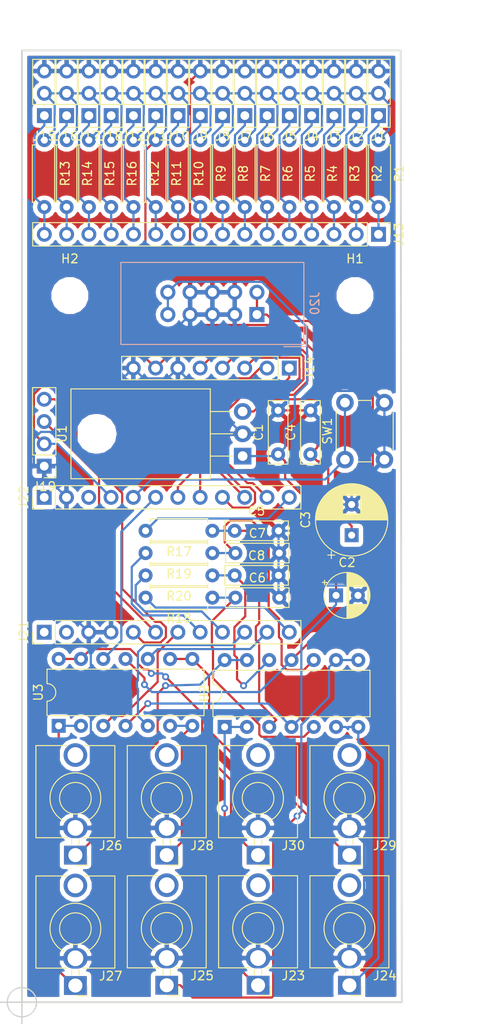
<source format=kicad_pcb>
(kicad_pcb (version 20171130) (host pcbnew "(5.0.1-3-g963ef8bb5)")
  (layers (0 F.Cu signal) (31 B.Cu signal) (34 B.Paste user) (35 F.Paste user) (36 B.SilkS user) (37 F.SilkS user) (38 B.Mask user) (39 F.Mask user) (44 Edge.Cuts user))
  (net 0 "")
  (net 1 VCC)
  (net 2 "Net-(J13-Pad7)")
  (net 3 "Net-(J13-Pad6)")
  (net 4 "Net-(C8-Pad1)")
  (net 5 /D6)
  (net 6 /D5)
  (net 7 "Net-(C7-Pad1)")
  (net 8 "Net-(C6-Pad1)")
  (net 9 /D9)
  (net 10 /D10)
  (net 11 "Net-(C5-Pad1)")
  (net 12 "Net-(J13-Pad13)")
  (net 13 "Net-(J13-Pad5)")
  (net 14 "Net-(J13-Pad4)")
  (net 15 "Net-(J13-Pad3)")
  (net 16 "Net-(J13-Pad2)")
  (net 17 "Net-(J1-Pad1)")
  (net 18 "Net-(J13-Pad8)")
  (net 19 "Net-(J13-Pad9)")
  (net 20 "Net-(J10-Pad1)")
  (net 21 "Net-(J11-Pad1)")
  (net 22 "Net-(J12-Pad1)")
  (net 23 "Net-(J13-Pad16)")
  (net 24 "Net-(J13-Pad15)")
  (net 25 "Net-(J13-Pad14)")
  (net 26 +12V)
  (net 27 GND)
  (net 28 "Net-(J27-Pad1)")
  (net 29 "Net-(J29-Pad1)")
  (net 30 /D4)
  (net 31 /D8)
  (net 32 -12V)
  (net 33 /D7)
  (net 34 /D20)
  (net 35 "Net-(J28-Pad1)")
  (net 36 "Net-(J30-Pad1)")
  (net 37 "Net-(J26-Pad1)")
  (net 38 "Net-(J24-Pad1)")
  (net 39 "Net-(J25-Pad1)")
  (net 40 "Net-(J23-Pad1)")
  (net 41 /Tx)
  (net 42 /Rx)
  (net 43 /D2)
  (net 44 /D3)
  (net 45 /D16)
  (net 46 /D14)
  (net 47 /D15)
  (net 48 /A0)
  (net 49 /D19)
  (net 50 /D21)
  (net 51 /RST)
  (net 52 /Vin)
  (module MountingHole:MountingHole_3.2mm_M3 (layer F.Cu) (at 76.073 55.88)
    (fp_text reference H1 (at 0 -4.2) (layer F.SilkS))
    (fp_text value MountingHole)
    (pad 1 np_thru_hole circle (at 0 0) (size 3.2 3.2) (drill 3.2) (layers *.Cu *.Mask))
  )
  (module MountingHole:MountingHole_3.2mm_M3 (layer F.Cu) (at 43.561 55.88)
    (fp_text reference H2 (at 0 -4.2) (layer F.SilkS))
    (fp_text value MountingHole)
    (pad 1 np_thru_hole circle (at 0 0) (size 3.2 3.2) (drill 3.2) (layers *.Cu *.Mask))
  )
  (module Package_TO_SOT_THT:TO-220-3_Horizontal_TabDown (layer F.Cu) (at 63.269 74.168 90)
    (fp_text reference U1 (at 2.54 -20.58 90) (layer F.SilkS))
    (fp_text value LM7805_TO220)
    (pad "" np_thru_hole oval (at 2.54 -16.66 90) (size 3.5 3.5) (drill 3.5) (layers *.Cu *.Mask))
    (pad 1 thru_hole rect (at 0 0 90) (size 1.905 2) (drill 1.1) (layers *.Cu *.Mask) (net 26 +12V))
    (pad 2 thru_hole oval (at 2.54 0 90) (size 1.905 2) (drill 1.1) (layers *.Cu *.Mask) (net 27 GND))
    (pad 3 thru_hole oval (at 5.08 0 90) (size 1.905 2) (drill 1.1) (layers *.Cu *.Mask) (net 1 VCC))
  )
  (module Button_Switch_THT:SW_PUSH_6mm (layer F.Cu) (at 74.93 74.572 90)
    (fp_text reference SW1 (at 3.25 -2 90) (layer F.SilkS))
    (fp_text value SW_Push)
    (pad 2 thru_hole circle (at 0 4.5 180) (size 2 2) (drill 1.1) (layers *.Cu *.Mask) (net 27 GND))
    (pad 1 thru_hole circle (at 0 0 180) (size 2 2) (drill 1.1) (layers *.Cu *.Mask) (net 50 /D21))
    (pad 2 thru_hole circle (at 6.5 4.5 180) (size 2 2) (drill 1.1) (layers *.Cu *.Mask) (net 27 GND))
    (pad 1 thru_hole circle (at 6.5 0 180) (size 2 2) (drill 1.1) (layers *.Cu *.Mask) (net 50 /D21))
  )
  (module Capacitor_THT:CP_Radial_D5.0mm_P2.50mm (layer F.Cu) (at 73.914 90.043)
    (fp_text reference C2 (at 1.25 -3.75) (layer F.SilkS))
    (fp_text value 10uF)
    (pad 1 thru_hole rect (at 0 0) (size 1.6 1.6) (drill 0.8) (layers *.Cu *.Mask) (net 26 +12V))
    (pad 2 thru_hole circle (at 2.5 0) (size 1.6 1.6) (drill 0.8) (layers *.Cu *.Mask) (net 27 GND))
  )
  (module Capacitor_THT:CP_Radial_D8.0mm_P3.50mm (layer F.Cu) (at 75.692 83.185 90)
    (fp_text reference C3 (at 1.75 -5.25 90) (layer F.SilkS))
    (fp_text value 100uF)
    (pad 1 thru_hole rect (at 0 0 90) (size 1.6 1.6) (drill 0.8) (layers *.Cu *.Mask) (net 1 VCC))
    (pad 2 thru_hole circle (at 3.5 0 90) (size 1.6 1.6) (drill 0.8) (layers *.Cu *.Mask) (net 27 GND))
  )
  (module Capacitor_THT:C_Rect_L7.0mm_W2.0mm_P5.00mm (layer F.Cu) (at 67.31 73.961 90)
    (fp_text reference C1 (at 2.5 -2.25 90) (layer F.SilkS))
    (fp_text value 100n)
    (pad 2 thru_hole circle (at 5 0 90) (size 1.6 1.6) (drill 0.8) (layers *.Cu *.Mask) (net 27 GND))
    (pad 1 thru_hole circle (at 0 0 90) (size 1.6 1.6) (drill 0.8) (layers *.Cu *.Mask) (net 26 +12V))
  )
  (module Capacitor_THT:C_Rect_L7.0mm_W2.0mm_P5.00mm (layer F.Cu) (at 70.993 73.961 90)
    (fp_text reference C4 (at 2.5 -2.25 90) (layer F.SilkS))
    (fp_text value 100n)
    (pad 1 thru_hole circle (at 0 0 90) (size 1.6 1.6) (drill 0.8) (layers *.Cu *.Mask) (net 1 VCC))
    (pad 2 thru_hole circle (at 5 0 90) (size 1.6 1.6) (drill 0.8) (layers *.Cu *.Mask) (net 27 GND))
  )
  (module Capacitor_THT:C_Rect_L7.0mm_W2.0mm_P5.00mm (layer F.Cu) (at 62.357 82.677)
    (fp_text reference C5 (at 2.5 -2.25) (layer F.SilkS))
    (fp_text value 100n)
    (pad 2 thru_hole circle (at 5 0) (size 1.6 1.6) (drill 0.8) (layers *.Cu *.Mask) (net 27 GND))
    (pad 1 thru_hole circle (at 0 0) (size 1.6 1.6) (drill 0.8) (layers *.Cu *.Mask) (net 11 "Net-(C5-Pad1)"))
  )
  (module Capacitor_THT:C_Rect_L7.0mm_W2.0mm_P5.00mm (layer F.Cu) (at 62.437 90.297)
    (fp_text reference C6 (at 2.5 -2.25) (layer F.SilkS))
    (fp_text value 100n)
    (pad 1 thru_hole circle (at 0 0) (size 1.6 1.6) (drill 0.8) (layers *.Cu *.Mask) (net 8 "Net-(C6-Pad1)"))
    (pad 2 thru_hole circle (at 5 0) (size 1.6 1.6) (drill 0.8) (layers *.Cu *.Mask) (net 27 GND))
  )
  (module Capacitor_THT:C_Rect_L7.0mm_W2.0mm_P5.00mm (layer F.Cu) (at 62.437 85.217)
    (fp_text reference C7 (at 2.5 -2.25) (layer F.SilkS))
    (fp_text value 100n)
    (pad 2 thru_hole circle (at 5 0) (size 1.6 1.6) (drill 0.8) (layers *.Cu *.Mask) (net 27 GND))
    (pad 1 thru_hole circle (at 0 0) (size 1.6 1.6) (drill 0.8) (layers *.Cu *.Mask) (net 7 "Net-(C7-Pad1)"))
  )
  (module Capacitor_THT:C_Rect_L7.0mm_W2.0mm_P5.00mm (layer F.Cu) (at 62.357 87.757)
    (fp_text reference C8 (at 2.5 -2.25) (layer F.SilkS))
    (fp_text value 100n)
    (pad 1 thru_hole circle (at 0 0) (size 1.6 1.6) (drill 0.8) (layers *.Cu *.Mask) (net 4 "Net-(C8-Pad1)"))
    (pad 2 thru_hole circle (at 5 0) (size 1.6 1.6) (drill 0.8) (layers *.Cu *.Mask) (net 27 GND))
  )
  (module Connector_Audio:Jack_3.5mm_QingPu_WQP-PJ398SM_Vertical_CircularHoles (layer F.Cu) (at 65.024 134.463 180)
    (fp_text reference J23 (at -4.03 1.08) (layer F.SilkS))
    (fp_text value Conn_01x02)
    (pad 3 thru_hole circle (at 0 11.4) (size 2.7 2.7) (drill 1.8) (layers *.Cu *.Mask))
    (pad 1 thru_hole rect (at 0 0) (size 2.6 2.15) (drill 1.6) (layers *.Cu *.Mask) (net 40 "Net-(J23-Pad1)"))
    (pad 2 thru_hole oval (at 0 3.1) (size 2.8 2.35) (drill 1.8) (layers *.Cu *.Mask) (net 27 GND))
  )
  (module Connector_Audio:Jack_3.5mm_QingPu_WQP-PJ398SM_Vertical_CircularHoles (layer F.Cu) (at 75.438 134.463 180)
    (fp_text reference J24 (at -4.03 1.08) (layer F.SilkS))
    (fp_text value Conn_01x02)
    (pad 2 thru_hole oval (at 0 3.1) (size 2.8 2.35) (drill 1.8) (layers *.Cu *.Mask) (net 27 GND))
    (pad 1 thru_hole rect (at 0 0) (size 2.6 2.15) (drill 1.6) (layers *.Cu *.Mask) (net 38 "Net-(J24-Pad1)"))
    (pad 3 thru_hole circle (at 0 11.4) (size 2.7 2.7) (drill 1.8) (layers *.Cu *.Mask))
  )
  (module Connector_Audio:Jack_3.5mm_QingPu_WQP-PJ398SM_Vertical_CircularHoles (layer F.Cu) (at 54.61 134.463 180)
    (fp_text reference J25 (at -4.03 1.08) (layer F.SilkS))
    (fp_text value Conn_01x02)
    (pad 3 thru_hole circle (at 0 11.4) (size 2.7 2.7) (drill 1.8) (layers *.Cu *.Mask))
    (pad 1 thru_hole rect (at 0 0) (size 2.6 2.15) (drill 1.6) (layers *.Cu *.Mask) (net 39 "Net-(J25-Pad1)"))
    (pad 2 thru_hole oval (at 0 3.1) (size 2.8 2.35) (drill 1.8) (layers *.Cu *.Mask) (net 27 GND))
  )
  (module Connector_Audio:Jack_3.5mm_QingPu_WQP-PJ398SM_Vertical_CircularHoles (layer F.Cu) (at 44.196 119.634 180)
    (fp_text reference J26 (at -4.03 1.08) (layer F.SilkS))
    (fp_text value Conn_01x02)
    (pad 2 thru_hole oval (at 0 3.1) (size 2.8 2.35) (drill 1.8) (layers *.Cu *.Mask) (net 27 GND))
    (pad 1 thru_hole rect (at 0 0) (size 2.6 2.15) (drill 1.6) (layers *.Cu *.Mask) (net 37 "Net-(J26-Pad1)"))
    (pad 3 thru_hole circle (at 0 11.4) (size 2.7 2.7) (drill 1.8) (layers *.Cu *.Mask))
  )
  (module Connector_Audio:Jack_3.5mm_QingPu_WQP-PJ398SM_Vertical_CircularHoles (layer F.Cu) (at 44.196 134.493 180)
    (fp_text reference J27 (at -4.03 1.08) (layer F.SilkS))
    (fp_text value Conn_01x02)
    (pad 3 thru_hole circle (at 0 11.4) (size 2.7 2.7) (drill 1.8) (layers *.Cu *.Mask))
    (pad 1 thru_hole rect (at 0 0) (size 2.6 2.15) (drill 1.6) (layers *.Cu *.Mask) (net 28 "Net-(J27-Pad1)"))
    (pad 2 thru_hole oval (at 0 3.1) (size 2.8 2.35) (drill 1.8) (layers *.Cu *.Mask) (net 27 GND))
  )
  (module Connector_Audio:Jack_3.5mm_QingPu_WQP-PJ398SM_Vertical_CircularHoles (layer F.Cu) (at 54.61 119.634 180)
    (fp_text reference J28 (at -4.03 1.08) (layer F.SilkS))
    (fp_text value Conn_01x02)
    (pad 2 thru_hole oval (at 0 3.1) (size 2.8 2.35) (drill 1.8) (layers *.Cu *.Mask) (net 27 GND))
    (pad 1 thru_hole rect (at 0 0) (size 2.6 2.15) (drill 1.6) (layers *.Cu *.Mask) (net 35 "Net-(J28-Pad1)"))
    (pad 3 thru_hole circle (at 0 11.4) (size 2.7 2.7) (drill 1.8) (layers *.Cu *.Mask))
  )
  (module Connector_Audio:Jack_3.5mm_QingPu_WQP-PJ398SM_Vertical_CircularHoles (layer F.Cu) (at 75.438 119.634 180)
    (fp_text reference J29 (at -4.03 1.08) (layer F.SilkS))
    (fp_text value Conn_01x02)
    (pad 3 thru_hole circle (at 0 11.4) (size 2.7 2.7) (drill 1.8) (layers *.Cu *.Mask))
    (pad 1 thru_hole rect (at 0 0) (size 2.6 2.15) (drill 1.6) (layers *.Cu *.Mask) (net 29 "Net-(J29-Pad1)"))
    (pad 2 thru_hole oval (at 0 3.1) (size 2.8 2.35) (drill 1.8) (layers *.Cu *.Mask) (net 27 GND))
  )
  (module Connector_Audio:Jack_3.5mm_QingPu_WQP-PJ398SM_Vertical_CircularHoles (layer F.Cu) (at 65.024 119.634 180)
    (fp_text reference J30 (at -4.03 1.08) (layer F.SilkS))
    (fp_text value Conn_01x02)
    (pad 2 thru_hole oval (at 0 3.1) (size 2.8 2.35) (drill 1.8) (layers *.Cu *.Mask) (net 27 GND))
    (pad 1 thru_hole rect (at 0 0) (size 2.6 2.15) (drill 1.6) (layers *.Cu *.Mask) (net 36 "Net-(J30-Pad1)"))
    (pad 3 thru_hole circle (at 0 11.4) (size 2.7 2.7) (drill 1.8) (layers *.Cu *.Mask))
  )
  (module Connector_IDC:IDC-Header_2x05_P2.54mm_Vertical (layer B.Cu) (at 64.897 58.039 90)
    (fp_text reference J20 (at 1.27 6.604 90) (layer B.SilkS) (effects (justify mirror)))
    (fp_text value Conn_02x05_Odd_Even)
    (pad 1 thru_hole rect (at 0 0 90) (size 1.7272 1.7272) (drill 1.016) (layers *.Cu *.Mask) (net 32 -12V))
    (pad 2 thru_hole oval (at 2.54 0 90) (size 1.7272 1.7272) (drill 1.016) (layers *.Cu *.Mask) (net 32 -12V))
    (pad 3 thru_hole oval (at 0 -2.54 90) (size 1.7272 1.7272) (drill 1.016) (layers *.Cu *.Mask) (net 27 GND))
    (pad 4 thru_hole oval (at 2.54 -2.54 90) (size 1.7272 1.7272) (drill 1.016) (layers *.Cu *.Mask) (net 27 GND))
    (pad 5 thru_hole oval (at 0 -5.08 90) (size 1.7272 1.7272) (drill 1.016) (layers *.Cu *.Mask) (net 27 GND))
    (pad 6 thru_hole oval (at 2.54 -5.08 90) (size 1.7272 1.7272) (drill 1.016) (layers *.Cu *.Mask) (net 27 GND))
    (pad 7 thru_hole oval (at 0 -7.62 90) (size 1.7272 1.7272) (drill 1.016) (layers *.Cu *.Mask) (net 27 GND))
    (pad 8 thru_hole oval (at 2.54 -7.62 90) (size 1.7272 1.7272) (drill 1.016) (layers *.Cu *.Mask) (net 27 GND))
    (pad 9 thru_hole oval (at 0 -10.16 90) (size 1.7272 1.7272) (drill 1.016) (layers *.Cu *.Mask) (net 26 +12V))
    (pad 10 thru_hole oval (at 2.54 -10.16 90) (size 1.7272 1.7272) (drill 1.016) (layers *.Cu *.Mask) (net 26 +12V))
  )
  (module Connector_PinHeader_2.54mm:PinHeader_1x03_P2.54mm_Vertical (layer F.Cu) (at 40.656246 35.37128 180)
    (fp_text reference J15 (at 0 -2.33 180) (layer F.SilkS))
    (fp_text value Conn_01x03)
    (pad 3 thru_hole oval (at 0 5.08 180) (size 1.7 1.7) (drill 1) (layers *.Cu *.Mask) (net 27 GND))
    (pad 2 thru_hole oval (at 0 2.54 180) (size 1.7 1.7) (drill 1) (layers *.Cu *.Mask) (net 1 VCC))
    (pad 1 thru_hole rect (at 0 0 180) (size 1.7 1.7) (drill 1) (layers *.Cu *.Mask) (net 23 "Net-(J13-Pad16)"))
  )
  (module Connector_PinHeader_2.54mm:PinHeader_1x03_P2.54mm_Vertical (layer F.Cu) (at 78.756246 35.37128 180)
    (fp_text reference J1 (at 0 -2.33 180) (layer F.SilkS))
    (fp_text value Conn_01x03)
    (pad 1 thru_hole rect (at 0 0 180) (size 1.7 1.7) (drill 1) (layers *.Cu *.Mask) (net 17 "Net-(J1-Pad1)"))
    (pad 2 thru_hole oval (at 0 2.54 180) (size 1.7 1.7) (drill 1) (layers *.Cu *.Mask) (net 1 VCC))
    (pad 3 thru_hole oval (at 0 5.08 180) (size 1.7 1.7) (drill 1) (layers *.Cu *.Mask) (net 27 GND))
  )
  (module Connector_PinHeader_2.54mm:PinHeader_1x03_P2.54mm_Vertical (layer F.Cu) (at 76.216246 35.37128 180)
    (fp_text reference J2 (at 0 -2.33 180) (layer F.SilkS))
    (fp_text value Conn_01x03)
    (pad 3 thru_hole oval (at 0 5.08 180) (size 1.7 1.7) (drill 1) (layers *.Cu *.Mask) (net 27 GND))
    (pad 2 thru_hole oval (at 0 2.54 180) (size 1.7 1.7) (drill 1) (layers *.Cu *.Mask) (net 1 VCC))
    (pad 1 thru_hole rect (at 0 0 180) (size 1.7 1.7) (drill 1) (layers *.Cu *.Mask) (net 16 "Net-(J13-Pad2)"))
  )
  (module Connector_PinHeader_2.54mm:PinHeader_1x03_P2.54mm_Vertical (layer F.Cu) (at 73.676246 35.37128 180)
    (fp_text reference J3 (at 0 -2.33 180) (layer F.SilkS))
    (fp_text value Conn_01x03)
    (pad 1 thru_hole rect (at 0 0 180) (size 1.7 1.7) (drill 1) (layers *.Cu *.Mask) (net 15 "Net-(J13-Pad3)"))
    (pad 2 thru_hole oval (at 0 2.54 180) (size 1.7 1.7) (drill 1) (layers *.Cu *.Mask) (net 1 VCC))
    (pad 3 thru_hole oval (at 0 5.08 180) (size 1.7 1.7) (drill 1) (layers *.Cu *.Mask) (net 27 GND))
  )
  (module Connector_PinHeader_2.54mm:PinHeader_1x03_P2.54mm_Vertical (layer F.Cu) (at 71.136246 35.37128 180)
    (fp_text reference J4 (at 0 -2.33 180) (layer F.SilkS))
    (fp_text value Conn_01x03)
    (pad 3 thru_hole oval (at 0 5.08 180) (size 1.7 1.7) (drill 1) (layers *.Cu *.Mask) (net 27 GND))
    (pad 2 thru_hole oval (at 0 2.54 180) (size 1.7 1.7) (drill 1) (layers *.Cu *.Mask) (net 1 VCC))
    (pad 1 thru_hole rect (at 0 0 180) (size 1.7 1.7) (drill 1) (layers *.Cu *.Mask) (net 14 "Net-(J13-Pad4)"))
  )
  (module Connector_PinHeader_2.54mm:PinHeader_1x03_P2.54mm_Vertical (layer F.Cu) (at 68.596246 35.37128 180)
    (fp_text reference J5 (at 0 -2.33 180) (layer F.SilkS))
    (fp_text value Conn_01x03)
    (pad 1 thru_hole rect (at 0 0 180) (size 1.7 1.7) (drill 1) (layers *.Cu *.Mask) (net 13 "Net-(J13-Pad5)"))
    (pad 2 thru_hole oval (at 0 2.54 180) (size 1.7 1.7) (drill 1) (layers *.Cu *.Mask) (net 1 VCC))
    (pad 3 thru_hole oval (at 0 5.08 180) (size 1.7 1.7) (drill 1) (layers *.Cu *.Mask) (net 27 GND))
  )
  (module Connector_PinHeader_2.54mm:PinHeader_1x03_P2.54mm_Vertical (layer F.Cu) (at 66.056246 35.37128 180)
    (fp_text reference J6 (at 0 -2.33 180) (layer F.SilkS))
    (fp_text value Conn_01x03)
    (pad 3 thru_hole oval (at 0 5.08 180) (size 1.7 1.7) (drill 1) (layers *.Cu *.Mask) (net 27 GND))
    (pad 2 thru_hole oval (at 0 2.54 180) (size 1.7 1.7) (drill 1) (layers *.Cu *.Mask) (net 1 VCC))
    (pad 1 thru_hole rect (at 0 0 180) (size 1.7 1.7) (drill 1) (layers *.Cu *.Mask) (net 3 "Net-(J13-Pad6)"))
  )
  (module Connector_PinHeader_2.54mm:PinHeader_1x03_P2.54mm_Vertical (layer F.Cu) (at 63.516246 35.37128 180)
    (fp_text reference J7 (at 0 -2.33 180) (layer F.SilkS))
    (fp_text value Conn_01x03)
    (pad 1 thru_hole rect (at 0 0 180) (size 1.7 1.7) (drill 1) (layers *.Cu *.Mask) (net 2 "Net-(J13-Pad7)"))
    (pad 2 thru_hole oval (at 0 2.54 180) (size 1.7 1.7) (drill 1) (layers *.Cu *.Mask) (net 1 VCC))
    (pad 3 thru_hole oval (at 0 5.08 180) (size 1.7 1.7) (drill 1) (layers *.Cu *.Mask) (net 27 GND))
  )
  (module Connector_PinHeader_2.54mm:PinHeader_1x03_P2.54mm_Vertical (layer F.Cu) (at 60.976246 35.37128 180)
    (fp_text reference J8 (at 0 -2.33 180) (layer F.SilkS))
    (fp_text value Conn_01x03)
    (pad 3 thru_hole oval (at 0 5.08 180) (size 1.7 1.7) (drill 1) (layers *.Cu *.Mask) (net 27 GND))
    (pad 2 thru_hole oval (at 0 2.54 180) (size 1.7 1.7) (drill 1) (layers *.Cu *.Mask) (net 1 VCC))
    (pad 1 thru_hole rect (at 0 0 180) (size 1.7 1.7) (drill 1) (layers *.Cu *.Mask) (net 18 "Net-(J13-Pad8)"))
  )
  (module Connector_PinHeader_2.54mm:PinHeader_1x03_P2.54mm_Vertical (layer F.Cu) (at 58.436246 35.37128 180)
    (fp_text reference J9 (at 0 -2.33 180) (layer F.SilkS))
    (fp_text value Conn_01x03)
    (pad 1 thru_hole rect (at 0 0 180) (size 1.7 1.7) (drill 1) (layers *.Cu *.Mask) (net 19 "Net-(J13-Pad9)"))
    (pad 2 thru_hole oval (at 0 2.54 180) (size 1.7 1.7) (drill 1) (layers *.Cu *.Mask) (net 1 VCC))
    (pad 3 thru_hole oval (at 0 5.08 180) (size 1.7 1.7) (drill 1) (layers *.Cu *.Mask) (net 27 GND))
  )
  (module Connector_PinHeader_2.54mm:PinHeader_1x03_P2.54mm_Vertical (layer F.Cu) (at 55.896246 35.37128 180)
    (fp_text reference J10 (at 0 -2.33 180) (layer F.SilkS))
    (fp_text value Conn_01x03)
    (pad 3 thru_hole oval (at 0 5.08 180) (size 1.7 1.7) (drill 1) (layers *.Cu *.Mask) (net 27 GND))
    (pad 2 thru_hole oval (at 0 2.54 180) (size 1.7 1.7) (drill 1) (layers *.Cu *.Mask) (net 1 VCC))
    (pad 1 thru_hole rect (at 0 0 180) (size 1.7 1.7) (drill 1) (layers *.Cu *.Mask) (net 20 "Net-(J10-Pad1)"))
  )
  (module Connector_PinHeader_2.54mm:PinHeader_1x03_P2.54mm_Vertical (layer F.Cu) (at 53.356246 35.37128 180)
    (fp_text reference J11 (at 0 -2.33 180) (layer F.SilkS))
    (fp_text value Conn_01x03)
    (pad 1 thru_hole rect (at 0 0 180) (size 1.7 1.7) (drill 1) (layers *.Cu *.Mask) (net 21 "Net-(J11-Pad1)"))
    (pad 2 thru_hole oval (at 0 2.54 180) (size 1.7 1.7) (drill 1) (layers *.Cu *.Mask) (net 1 VCC))
    (pad 3 thru_hole oval (at 0 5.08 180) (size 1.7 1.7) (drill 1) (layers *.Cu *.Mask) (net 27 GND))
  )
  (module Connector_PinHeader_2.54mm:PinHeader_1x03_P2.54mm_Vertical (layer F.Cu) (at 50.816246 35.37128 180)
    (fp_text reference J12 (at 0 -2.33 180) (layer F.SilkS))
    (fp_text value Conn_01x03)
    (pad 3 thru_hole oval (at 0 5.08 180) (size 1.7 1.7) (drill 1) (layers *.Cu *.Mask) (net 27 GND))
    (pad 2 thru_hole oval (at 0 2.54 180) (size 1.7 1.7) (drill 1) (layers *.Cu *.Mask) (net 1 VCC))
    (pad 1 thru_hole rect (at 0 0 180) (size 1.7 1.7) (drill 1) (layers *.Cu *.Mask) (net 22 "Net-(J12-Pad1)"))
  )
  (module Connector_PinHeader_2.54mm:PinHeader_1x03_P2.54mm_Vertical (layer F.Cu) (at 48.276246 35.37128 180)
    (fp_text reference J18 (at 0 -2.33 180) (layer F.SilkS))
    (fp_text value Conn_01x03)
    (pad 1 thru_hole rect (at 0 0 180) (size 1.7 1.7) (drill 1) (layers *.Cu *.Mask) (net 12 "Net-(J13-Pad13)"))
    (pad 2 thru_hole oval (at 0 2.54 180) (size 1.7 1.7) (drill 1) (layers *.Cu *.Mask) (net 1 VCC))
    (pad 3 thru_hole oval (at 0 5.08 180) (size 1.7 1.7) (drill 1) (layers *.Cu *.Mask) (net 27 GND))
  )
  (module Connector_PinHeader_2.54mm:PinHeader_1x03_P2.54mm_Vertical (layer F.Cu) (at 45.736246 35.37128 180)
    (fp_text reference J17 (at 0 -2.33 180) (layer F.SilkS))
    (fp_text value Conn_01x03)
    (pad 3 thru_hole oval (at 0 5.08 180) (size 1.7 1.7) (drill 1) (layers *.Cu *.Mask) (net 27 GND))
    (pad 2 thru_hole oval (at 0 2.54 180) (size 1.7 1.7) (drill 1) (layers *.Cu *.Mask) (net 1 VCC))
    (pad 1 thru_hole rect (at 0 0 180) (size 1.7 1.7) (drill 1) (layers *.Cu *.Mask) (net 25 "Net-(J13-Pad14)"))
  )
  (module Connector_PinHeader_2.54mm:PinHeader_1x03_P2.54mm_Vertical (layer F.Cu) (at 43.196246 35.37128 180)
    (fp_text reference J16 (at 0 -2.33 180) (layer F.SilkS))
    (fp_text value Conn_01x03)
    (pad 1 thru_hole rect (at 0 0 180) (size 1.7 1.7) (drill 1) (layers *.Cu *.Mask) (net 24 "Net-(J13-Pad15)"))
    (pad 2 thru_hole oval (at 0 2.54 180) (size 1.7 1.7) (drill 1) (layers *.Cu *.Mask) (net 1 VCC))
    (pad 3 thru_hole oval (at 0 5.08 180) (size 1.7 1.7) (drill 1) (layers *.Cu *.Mask) (net 27 GND))
  )
  (module Connector_PinHeader_2.54mm:PinHeader_1x04_P2.54mm_Vertical (layer F.Cu) (at 40.64 75.311 180)
    (fp_text reference J19 (at 0 -2.33 180) (layer F.SilkS))
    (fp_text value OLED)
    (pad 1 thru_hole rect (at 0 0 180) (size 1.7 1.7) (drill 1) (layers *.Cu *.Mask) (net 27 GND))
    (pad 2 thru_hole oval (at 0 2.54 180) (size 1.7 1.7) (drill 1) (layers *.Cu *.Mask) (net 1 VCC))
    (pad 3 thru_hole oval (at 0 5.08 180) (size 1.7 1.7) (drill 1) (layers *.Cu *.Mask) (net 44 /D3))
    (pad 4 thru_hole oval (at 0 7.62 180) (size 1.7 1.7) (drill 1) (layers *.Cu *.Mask) (net 43 /D2))
  )
  (module Connector_PinHeader_2.54mm:PinHeader_1x08_P2.54mm_Vertical (layer F.Cu) (at 68.58 64.135 270)
    (fp_text reference J14 (at 0 -2.33 270) (layer F.SilkS))
    (fp_text value mux-sig)
    (pad 1 thru_hole rect (at 0 0 270) (size 1.7 1.7) (drill 1) (layers *.Cu *.Mask) (net 48 /A0))
    (pad 2 thru_hole oval (at 0 2.54 270) (size 1.7 1.7) (drill 1) (layers *.Cu *.Mask) (net 49 /D19))
    (pad 3 thru_hole oval (at 0 5.08 270) (size 1.7 1.7) (drill 1) (layers *.Cu *.Mask) (net 46 /D14))
    (pad 4 thru_hole oval (at 0 7.62 270) (size 1.7 1.7) (drill 1) (layers *.Cu *.Mask) (net 47 /D15))
    (pad 5 thru_hole oval (at 0 10.16 270) (size 1.7 1.7) (drill 1) (layers *.Cu *.Mask) (net 45 /D16))
    (pad 6 thru_hole oval (at 0 12.7 270) (size 1.7 1.7) (drill 1) (layers *.Cu *.Mask) (net 27 GND))
    (pad 7 thru_hole oval (at 0 15.24 270) (size 1.7 1.7) (drill 1) (layers *.Cu *.Mask) (net 1 VCC))
    (pad 8 thru_hole oval (at 0 17.78 270) (size 1.7 1.7) (drill 1) (layers *.Cu *.Mask) (net 27 GND))
  )
  (module Connector_PinHeader_2.54mm:PinHeader_1x12_P2.54mm_Vertical (layer F.Cu) (at 40.64 78.867 90)
    (fp_text reference J22 (at 0 -2.33 90) (layer F.SilkS))
    (fp_text value pro-mini-R)
    (pad 12 thru_hole oval (at 0 27.94 90) (size 1.7 1.7) (drill 1) (layers *.Cu *.Mask) (net 10 /D10))
    (pad 11 thru_hole oval (at 0 25.4 90) (size 1.7 1.7) (drill 1) (layers *.Cu *.Mask) (net 45 /D16))
    (pad 10 thru_hole oval (at 0 22.86 90) (size 1.7 1.7) (drill 1) (layers *.Cu *.Mask) (net 46 /D14))
    (pad 9 thru_hole oval (at 0 20.32 90) (size 1.7 1.7) (drill 1) (layers *.Cu *.Mask) (net 47 /D15))
    (pad 8 thru_hole oval (at 0 17.78 90) (size 1.7 1.7) (drill 1) (layers *.Cu *.Mask) (net 48 /A0))
    (pad 7 thru_hole oval (at 0 15.24 90) (size 1.7 1.7) (drill 1) (layers *.Cu *.Mask) (net 49 /D19))
    (pad 6 thru_hole oval (at 0 12.7 90) (size 1.7 1.7) (drill 1) (layers *.Cu *.Mask) (net 34 /D20))
    (pad 5 thru_hole oval (at 0 10.16 90) (size 1.7 1.7) (drill 1) (layers *.Cu *.Mask) (net 50 /D21))
    (pad 4 thru_hole oval (at 0 7.62 90) (size 1.7 1.7) (drill 1) (layers *.Cu *.Mask) (net 1 VCC))
    (pad 3 thru_hole oval (at 0 5.08 90) (size 1.7 1.7) (drill 1) (layers *.Cu *.Mask) (net 51 /RST))
    (pad 2 thru_hole oval (at 0 2.54 90) (size 1.7 1.7) (drill 1) (layers *.Cu *.Mask) (net 27 GND))
    (pad 1 thru_hole rect (at 0 0 90) (size 1.7 1.7) (drill 1) (layers *.Cu *.Mask) (net 52 /Vin))
  )
  (module Connector_PinHeader_2.54mm:PinHeader_1x12_P2.54mm_Vertical (layer F.Cu) (at 40.64 94.234 90)
    (fp_text reference J21 (at 0 -2.33 90) (layer F.SilkS))
    (fp_text value pro-mini-L)
    (pad 1 thru_hole rect (at 0 0 90) (size 1.7 1.7) (drill 1) (layers *.Cu *.Mask) (net 41 /Tx))
    (pad 2 thru_hole oval (at 0 2.54 90) (size 1.7 1.7) (drill 1) (layers *.Cu *.Mask) (net 42 /Rx))
    (pad 3 thru_hole oval (at 0 5.08 90) (size 1.7 1.7) (drill 1) (layers *.Cu *.Mask) (net 27 GND))
    (pad 4 thru_hole oval (at 0 7.62 90) (size 1.7 1.7) (drill 1) (layers *.Cu *.Mask) (net 27 GND))
    (pad 5 thru_hole oval (at 0 10.16 90) (size 1.7 1.7) (drill 1) (layers *.Cu *.Mask) (net 43 /D2))
    (pad 6 thru_hole oval (at 0 12.7 90) (size 1.7 1.7) (drill 1) (layers *.Cu *.Mask) (net 44 /D3))
    (pad 7 thru_hole oval (at 0 15.24 90) (size 1.7 1.7) (drill 1) (layers *.Cu *.Mask) (net 30 /D4))
    (pad 8 thru_hole oval (at 0 17.78 90) (size 1.7 1.7) (drill 1) (layers *.Cu *.Mask) (net 6 /D5))
    (pad 9 thru_hole oval (at 0 20.32 90) (size 1.7 1.7) (drill 1) (layers *.Cu *.Mask) (net 5 /D6))
    (pad 10 thru_hole oval (at 0 22.86 90) (size 1.7 1.7) (drill 1) (layers *.Cu *.Mask) (net 33 /D7))
    (pad 11 thru_hole oval (at 0 25.4 90) (size 1.7 1.7) (drill 1) (layers *.Cu *.Mask) (net 31 /D8))
    (pad 12 thru_hole oval (at 0 27.94 90) (size 1.7 1.7) (drill 1) (layers *.Cu *.Mask) (net 9 /D9))
  )
  (module Connector_PinHeader_2.54mm:PinHeader_1x16_P2.54mm_Vertical (layer F.Cu) (at 78.756246 48.895 270)
    (fp_text reference J13 (at 0 -2.33 270) (layer F.SilkS))
    (fp_text value mux-ports)
    (pad 1 thru_hole rect (at 0 0 270) (size 1.7 1.7) (drill 1) (layers *.Cu *.Mask) (net 17 "Net-(J1-Pad1)"))
    (pad 2 thru_hole oval (at 0 2.54 270) (size 1.7 1.7) (drill 1) (layers *.Cu *.Mask) (net 16 "Net-(J13-Pad2)"))
    (pad 3 thru_hole oval (at 0 5.08 270) (size 1.7 1.7) (drill 1) (layers *.Cu *.Mask) (net 15 "Net-(J13-Pad3)"))
    (pad 4 thru_hole oval (at 0 7.62 270) (size 1.7 1.7) (drill 1) (layers *.Cu *.Mask) (net 14 "Net-(J13-Pad4)"))
    (pad 5 thru_hole oval (at 0 10.16 270) (size 1.7 1.7) (drill 1) (layers *.Cu *.Mask) (net 13 "Net-(J13-Pad5)"))
    (pad 6 thru_hole oval (at 0 12.7 270) (size 1.7 1.7) (drill 1) (layers *.Cu *.Mask) (net 3 "Net-(J13-Pad6)"))
    (pad 7 thru_hole oval (at 0 15.24 270) (size 1.7 1.7) (drill 1) (layers *.Cu *.Mask) (net 2 "Net-(J13-Pad7)"))
    (pad 8 thru_hole oval (at 0 17.78 270) (size 1.7 1.7) (drill 1) (layers *.Cu *.Mask) (net 18 "Net-(J13-Pad8)"))
    (pad 9 thru_hole oval (at 0 20.32 270) (size 1.7 1.7) (drill 1) (layers *.Cu *.Mask) (net 19 "Net-(J13-Pad9)"))
    (pad 10 thru_hole oval (at 0 22.86 270) (size 1.7 1.7) (drill 1) (layers *.Cu *.Mask) (net 20 "Net-(J10-Pad1)"))
    (pad 11 thru_hole oval (at 0 25.4 270) (size 1.7 1.7) (drill 1) (layers *.Cu *.Mask) (net 21 "Net-(J11-Pad1)"))
    (pad 12 thru_hole oval (at 0 27.94 270) (size 1.7 1.7) (drill 1) (layers *.Cu *.Mask) (net 22 "Net-(J12-Pad1)"))
    (pad 13 thru_hole oval (at 0 30.48 270) (size 1.7 1.7) (drill 1) (layers *.Cu *.Mask) (net 12 "Net-(J13-Pad13)"))
    (pad 14 thru_hole oval (at 0 33.02 270) (size 1.7 1.7) (drill 1) (layers *.Cu *.Mask) (net 25 "Net-(J13-Pad14)"))
    (pad 15 thru_hole oval (at 0 35.56 270) (size 1.7 1.7) (drill 1) (layers *.Cu *.Mask) (net 24 "Net-(J13-Pad15)"))
    (pad 16 thru_hole oval (at 0 38.1 270) (size 1.7 1.7) (drill 1) (layers *.Cu *.Mask) (net 23 "Net-(J13-Pad16)"))
  )
  (module Package_DIP:DIP-14_W7.62mm (layer F.Cu) (at 61.214 105.029 90)
    (fp_text reference U2 (at 3.81 -2.33 90) (layer F.SilkS))
    (fp_text value TL074)
    (pad 14 thru_hole oval (at 7.62 0 90) (size 1.6 1.6) (drill 0.8) (layers *.Cu *.Mask) (net 37 "Net-(J26-Pad1)"))
    (pad 7 thru_hole oval (at 0 15.24 90) (size 1.6 1.6) (drill 0.8) (layers *.Cu *.Mask) (net 38 "Net-(J24-Pad1)"))
    (pad 13 thru_hole oval (at 7.62 2.54 90) (size 1.6 1.6) (drill 0.8) (layers *.Cu *.Mask) (net 37 "Net-(J26-Pad1)"))
    (pad 6 thru_hole oval (at 0 12.7 90) (size 1.6 1.6) (drill 0.8) (layers *.Cu *.Mask) (net 38 "Net-(J24-Pad1)"))
    (pad 12 thru_hole oval (at 7.62 5.08 90) (size 1.6 1.6) (drill 0.8) (layers *.Cu *.Mask) (net 4 "Net-(C8-Pad1)"))
    (pad 5 thru_hole oval (at 0 10.16 90) (size 1.6 1.6) (drill 0.8) (layers *.Cu *.Mask) (net 8 "Net-(C6-Pad1)"))
    (pad 11 thru_hole oval (at 7.62 7.62 90) (size 1.6 1.6) (drill 0.8) (layers *.Cu *.Mask) (net 32 -12V))
    (pad 4 thru_hole oval (at 0 7.62 90) (size 1.6 1.6) (drill 0.8) (layers *.Cu *.Mask) (net 26 +12V))
    (pad 10 thru_hole oval (at 7.62 10.16 90) (size 1.6 1.6) (drill 0.8) (layers *.Cu *.Mask) (net 7 "Net-(C7-Pad1)"))
    (pad 3 thru_hole oval (at 0 5.08 90) (size 1.6 1.6) (drill 0.8) (layers *.Cu *.Mask) (net 11 "Net-(C5-Pad1)"))
    (pad 9 thru_hole oval (at 7.62 12.7 90) (size 1.6 1.6) (drill 0.8) (layers *.Cu *.Mask) (net 39 "Net-(J25-Pad1)"))
    (pad 2 thru_hole oval (at 0 2.54 90) (size 1.6 1.6) (drill 0.8) (layers *.Cu *.Mask) (net 40 "Net-(J23-Pad1)"))
    (pad 8 thru_hole oval (at 7.62 15.24 90) (size 1.6 1.6) (drill 0.8) (layers *.Cu *.Mask) (net 39 "Net-(J25-Pad1)"))
    (pad 1 thru_hole rect (at 0 0 90) (size 1.6 1.6) (drill 0.8) (layers *.Cu *.Mask) (net 40 "Net-(J23-Pad1)"))
  )
  (module Package_DIP:DIP-14_W7.62mm (layer F.Cu) (at 42.291 104.902 90)
    (fp_text reference U3 (at 3.81 -2.33 90) (layer F.SilkS))
    (fp_text value TL074)
    (pad 1 thru_hole rect (at 0 0 90) (size 1.6 1.6) (drill 0.8) (layers *.Cu *.Mask) (net 28 "Net-(J27-Pad1)"))
    (pad 8 thru_hole oval (at 7.62 15.24 90) (size 1.6 1.6) (drill 0.8) (layers *.Cu *.Mask) (net 29 "Net-(J29-Pad1)"))
    (pad 2 thru_hole oval (at 0 2.54 90) (size 1.6 1.6) (drill 0.8) (layers *.Cu *.Mask) (net 28 "Net-(J27-Pad1)"))
    (pad 9 thru_hole oval (at 7.62 12.7 90) (size 1.6 1.6) (drill 0.8) (layers *.Cu *.Mask) (net 29 "Net-(J29-Pad1)"))
    (pad 3 thru_hole oval (at 0 5.08 90) (size 1.6 1.6) (drill 0.8) (layers *.Cu *.Mask) (net 30 /D4))
    (pad 10 thru_hole oval (at 7.62 10.16 90) (size 1.6 1.6) (drill 0.8) (layers *.Cu *.Mask) (net 31 /D8))
    (pad 4 thru_hole oval (at 0 7.62 90) (size 1.6 1.6) (drill 0.8) (layers *.Cu *.Mask) (net 26 +12V))
    (pad 11 thru_hole oval (at 7.62 7.62 90) (size 1.6 1.6) (drill 0.8) (layers *.Cu *.Mask) (net 32 -12V))
    (pad 5 thru_hole oval (at 0 10.16 90) (size 1.6 1.6) (drill 0.8) (layers *.Cu *.Mask) (net 33 /D7))
    (pad 12 thru_hole oval (at 7.62 5.08 90) (size 1.6 1.6) (drill 0.8) (layers *.Cu *.Mask) (net 34 /D20))
    (pad 6 thru_hole oval (at 0 12.7 90) (size 1.6 1.6) (drill 0.8) (layers *.Cu *.Mask) (net 35 "Net-(J28-Pad1)"))
    (pad 13 thru_hole oval (at 7.62 2.54 90) (size 1.6 1.6) (drill 0.8) (layers *.Cu *.Mask) (net 36 "Net-(J30-Pad1)"))
    (pad 7 thru_hole oval (at 0 15.24 90) (size 1.6 1.6) (drill 0.8) (layers *.Cu *.Mask) (net 35 "Net-(J28-Pad1)"))
    (pad 14 thru_hole oval (at 7.62 0 90) (size 1.6 1.6) (drill 0.8) (layers *.Cu *.Mask) (net 36 "Net-(J30-Pad1)"))
  )
  (module Resistor_THT:R_Axial_DIN0207_L6.3mm_D2.5mm_P7.62mm_Horizontal (layer F.Cu) (at 45.736246 38.16528 270)
    (fp_text reference R15 (at 3.81 -2.37 270) (layer F.SilkS))
    (fp_text value 10k)
    (pad 2 thru_hole oval (at 7.62 0 270) (size 1.6 1.6) (drill 0.8) (layers *.Cu *.Mask) (net 25 "Net-(J13-Pad14)"))
    (pad 1 thru_hole circle (at 0 0 270) (size 1.6 1.6) (drill 0.8) (layers *.Cu *.Mask) (net 1 VCC))
  )
  (module Resistor_THT:R_Axial_DIN0207_L6.3mm_D2.5mm_P7.62mm_Horizontal (layer F.Cu) (at 43.196246 38.16528 270)
    (fp_text reference R14 (at 3.81 -2.37 270) (layer F.SilkS))
    (fp_text value 10k)
    (pad 1 thru_hole circle (at 0 0 270) (size 1.6 1.6) (drill 0.8) (layers *.Cu *.Mask) (net 1 VCC))
    (pad 2 thru_hole oval (at 7.62 0 270) (size 1.6 1.6) (drill 0.8) (layers *.Cu *.Mask) (net 24 "Net-(J13-Pad15)"))
  )
  (module Resistor_THT:R_Axial_DIN0207_L6.3mm_D2.5mm_P7.62mm_Horizontal (layer F.Cu) (at 40.656246 38.16528 270)
    (fp_text reference R13 (at 3.81 -2.37 270) (layer F.SilkS))
    (fp_text value 10k)
    (pad 2 thru_hole oval (at 7.62 0 270) (size 1.6 1.6) (drill 0.8) (layers *.Cu *.Mask) (net 23 "Net-(J13-Pad16)"))
    (pad 1 thru_hole circle (at 0 0 270) (size 1.6 1.6) (drill 0.8) (layers *.Cu *.Mask) (net 1 VCC))
  )
  (module Resistor_THT:R_Axial_DIN0207_L6.3mm_D2.5mm_P7.62mm_Horizontal (layer F.Cu) (at 50.816246 38.16528 270)
    (fp_text reference R12 (at 3.81 -2.37 270) (layer F.SilkS))
    (fp_text value 10k)
    (pad 1 thru_hole circle (at 0 0 270) (size 1.6 1.6) (drill 0.8) (layers *.Cu *.Mask) (net 1 VCC))
    (pad 2 thru_hole oval (at 7.62 0 270) (size 1.6 1.6) (drill 0.8) (layers *.Cu *.Mask) (net 22 "Net-(J12-Pad1)"))
  )
  (module Resistor_THT:R_Axial_DIN0207_L6.3mm_D2.5mm_P7.62mm_Horizontal (layer F.Cu) (at 53.356246 38.16528 270)
    (fp_text reference R11 (at 3.81 -2.37 270) (layer F.SilkS))
    (fp_text value 10k)
    (pad 2 thru_hole oval (at 7.62 0 270) (size 1.6 1.6) (drill 0.8) (layers *.Cu *.Mask) (net 21 "Net-(J11-Pad1)"))
    (pad 1 thru_hole circle (at 0 0 270) (size 1.6 1.6) (drill 0.8) (layers *.Cu *.Mask) (net 1 VCC))
  )
  (module Resistor_THT:R_Axial_DIN0207_L6.3mm_D2.5mm_P7.62mm_Horizontal (layer F.Cu) (at 55.896246 38.16528 270)
    (fp_text reference R10 (at 3.81 -2.37 270) (layer F.SilkS))
    (fp_text value 10k)
    (pad 1 thru_hole circle (at 0 0 270) (size 1.6 1.6) (drill 0.8) (layers *.Cu *.Mask) (net 1 VCC))
    (pad 2 thru_hole oval (at 7.62 0 270) (size 1.6 1.6) (drill 0.8) (layers *.Cu *.Mask) (net 20 "Net-(J10-Pad1)"))
  )
  (module Resistor_THT:R_Axial_DIN0207_L6.3mm_D2.5mm_P7.62mm_Horizontal (layer F.Cu) (at 58.436246 38.16528 270)
    (fp_text reference R9 (at 3.81 -2.37 270) (layer F.SilkS))
    (fp_text value 10k)
    (pad 2 thru_hole oval (at 7.62 0 270) (size 1.6 1.6) (drill 0.8) (layers *.Cu *.Mask) (net 19 "Net-(J13-Pad9)"))
    (pad 1 thru_hole circle (at 0 0 270) (size 1.6 1.6) (drill 0.8) (layers *.Cu *.Mask) (net 1 VCC))
  )
  (module Resistor_THT:R_Axial_DIN0207_L6.3mm_D2.5mm_P7.62mm_Horizontal (layer F.Cu) (at 60.976246 38.16528 270)
    (fp_text reference R8 (at 3.81 -2.37 270) (layer F.SilkS))
    (fp_text value 10k)
    (pad 1 thru_hole circle (at 0 0 270) (size 1.6 1.6) (drill 0.8) (layers *.Cu *.Mask) (net 1 VCC))
    (pad 2 thru_hole oval (at 7.62 0 270) (size 1.6 1.6) (drill 0.8) (layers *.Cu *.Mask) (net 18 "Net-(J13-Pad8)"))
  )
  (module Resistor_THT:R_Axial_DIN0207_L6.3mm_D2.5mm_P7.62mm_Horizontal (layer F.Cu) (at 78.756246 38.16528 270)
    (fp_text reference R1 (at 3.81 -2.37 270) (layer F.SilkS))
    (fp_text value 10k)
    (pad 2 thru_hole oval (at 7.62 0 270) (size 1.6 1.6) (drill 0.8) (layers *.Cu *.Mask) (net 17 "Net-(J1-Pad1)"))
    (pad 1 thru_hole circle (at 0 0 270) (size 1.6 1.6) (drill 0.8) (layers *.Cu *.Mask) (net 1 VCC))
  )
  (module Resistor_THT:R_Axial_DIN0207_L6.3mm_D2.5mm_P7.62mm_Horizontal (layer F.Cu) (at 76.216246 38.16528 270)
    (fp_text reference R2 (at 3.81 -2.37 270) (layer F.SilkS))
    (fp_text value 10k)
    (pad 1 thru_hole circle (at 0 0 270) (size 1.6 1.6) (drill 0.8) (layers *.Cu *.Mask) (net 1 VCC))
    (pad 2 thru_hole oval (at 7.62 0 270) (size 1.6 1.6) (drill 0.8) (layers *.Cu *.Mask) (net 16 "Net-(J13-Pad2)"))
  )
  (module Resistor_THT:R_Axial_DIN0207_L6.3mm_D2.5mm_P7.62mm_Horizontal (layer F.Cu) (at 73.676246 38.16528 270)
    (fp_text reference R3 (at 3.81 -2.37 270) (layer F.SilkS))
    (fp_text value 10k)
    (pad 2 thru_hole oval (at 7.62 0 270) (size 1.6 1.6) (drill 0.8) (layers *.Cu *.Mask) (net 15 "Net-(J13-Pad3)"))
    (pad 1 thru_hole circle (at 0 0 270) (size 1.6 1.6) (drill 0.8) (layers *.Cu *.Mask) (net 1 VCC))
  )
  (module Resistor_THT:R_Axial_DIN0207_L6.3mm_D2.5mm_P7.62mm_Horizontal (layer F.Cu) (at 71.136246 38.16528 270)
    (fp_text reference R4 (at 3.81 -2.37 270) (layer F.SilkS))
    (fp_text value 10k)
    (pad 1 thru_hole circle (at 0 0 270) (size 1.6 1.6) (drill 0.8) (layers *.Cu *.Mask) (net 1 VCC))
    (pad 2 thru_hole oval (at 7.62 0 270) (size 1.6 1.6) (drill 0.8) (layers *.Cu *.Mask) (net 14 "Net-(J13-Pad4)"))
  )
  (module Resistor_THT:R_Axial_DIN0207_L6.3mm_D2.5mm_P7.62mm_Horizontal (layer F.Cu) (at 68.596246 38.16528 270)
    (fp_text reference R5 (at 3.81 -2.37 270) (layer F.SilkS))
    (fp_text value 10k)
    (pad 2 thru_hole oval (at 7.62 0 270) (size 1.6 1.6) (drill 0.8) (layers *.Cu *.Mask) (net 13 "Net-(J13-Pad5)"))
    (pad 1 thru_hole circle (at 0 0 270) (size 1.6 1.6) (drill 0.8) (layers *.Cu *.Mask) (net 1 VCC))
  )
  (module Resistor_THT:R_Axial_DIN0207_L6.3mm_D2.5mm_P7.62mm_Horizontal (layer F.Cu) (at 48.276246 38.16528 270)
    (fp_text reference R16 (at 3.81 -2.37 270) (layer F.SilkS))
    (fp_text value 10k)
    (pad 1 thru_hole circle (at 0 0 270) (size 1.6 1.6) (drill 0.8) (layers *.Cu *.Mask) (net 1 VCC))
    (pad 2 thru_hole oval (at 7.62 0 270) (size 1.6 1.6) (drill 0.8) (layers *.Cu *.Mask) (net 12 "Net-(J13-Pad13)"))
  )
  (module Resistor_THT:R_Axial_DIN0207_L6.3mm_D2.5mm_P7.62mm_Horizontal (layer F.Cu) (at 59.817 82.677 180)
    (fp_text reference R17 (at 3.81 -2.37 180) (layer F.SilkS))
    (fp_text value 100k)
    (pad 2 thru_hole oval (at 7.62 0 180) (size 1.6 1.6) (drill 0.8) (layers *.Cu *.Mask) (net 10 /D10))
    (pad 1 thru_hole circle (at 0 0 180) (size 1.6 1.6) (drill 0.8) (layers *.Cu *.Mask) (net 11 "Net-(C5-Pad1)"))
  )
  (module Resistor_THT:R_Axial_DIN0207_L6.3mm_D2.5mm_P7.62mm_Horizontal (layer F.Cu) (at 59.817 90.297 180)
    (fp_text reference R18 (at 3.81 -2.37 180) (layer F.SilkS))
    (fp_text value 100k)
    (pad 1 thru_hole circle (at 0 0 180) (size 1.6 1.6) (drill 0.8) (layers *.Cu *.Mask) (net 8 "Net-(C6-Pad1)"))
    (pad 2 thru_hole oval (at 7.62 0 180) (size 1.6 1.6) (drill 0.8) (layers *.Cu *.Mask) (net 9 /D9))
  )
  (module Resistor_THT:R_Axial_DIN0207_L6.3mm_D2.5mm_P7.62mm_Horizontal (layer F.Cu) (at 59.817 85.217 180)
    (fp_text reference R19 (at 3.81 -2.37 180) (layer F.SilkS))
    (fp_text value 100k)
    (pad 2 thru_hole oval (at 7.62 0 180) (size 1.6 1.6) (drill 0.8) (layers *.Cu *.Mask) (net 6 /D5))
    (pad 1 thru_hole circle (at 0 0 180) (size 1.6 1.6) (drill 0.8) (layers *.Cu *.Mask) (net 7 "Net-(C7-Pad1)"))
  )
  (module Resistor_THT:R_Axial_DIN0207_L6.3mm_D2.5mm_P7.62mm_Horizontal (layer F.Cu) (at 59.817 87.757 180)
    (fp_text reference R20 (at 3.81 -2.37 180) (layer F.SilkS))
    (fp_text value 100k)
    (pad 1 thru_hole circle (at 0 0 180) (size 1.6 1.6) (drill 0.8) (layers *.Cu *.Mask) (net 4 "Net-(C8-Pad1)"))
    (pad 2 thru_hole oval (at 7.62 0 180) (size 1.6 1.6) (drill 0.8) (layers *.Cu *.Mask) (net 5 /D6))
  )
  (module Resistor_THT:R_Axial_DIN0207_L6.3mm_D2.5mm_P7.62mm_Horizontal (layer F.Cu) (at 66.056246 38.16528 270)
    (fp_text reference R6 (at 3.81 -2.37 270) (layer F.SilkS))
    (fp_text value 10k)
    (pad 2 thru_hole oval (at 7.62 0 270) (size 1.6 1.6) (drill 0.8) (layers *.Cu *.Mask) (net 3 "Net-(J13-Pad6)"))
    (pad 1 thru_hole circle (at 0 0 270) (size 1.6 1.6) (drill 0.8) (layers *.Cu *.Mask) (net 1 VCC))
  )
  (module Resistor_THT:R_Axial_DIN0207_L6.3mm_D2.5mm_P7.62mm_Horizontal (layer F.Cu) (at 63.516246 38.16528 270)
    (fp_text reference R7 (at 3.81 -2.37 270) (layer F.SilkS))
    (fp_text value 10k)
    (pad 1 thru_hole circle (at 0 0 270) (size 1.6 1.6) (drill 0.8) (layers *.Cu *.Mask) (net 1 VCC))
    (pad 2 thru_hole oval (at 7.62 0 270) (size 1.6 1.6) (drill 0.8) (layers *.Cu *.Mask) (net 2 "Net-(J13-Pad7)"))
  )
  (target plus (at 38.1 136.398) (size 5) (width 0.15) (layer Edge.Cuts))
  (gr_line (start 38.1 136.398) (end 38.1 27.94) (layer Edge.Cuts) (width 0.2))
  (gr_line (start 81.407 136.398) (end 38.1 136.398) (layer Edge.Cuts) (width 0.2))
  (gr_line (start 81.28 27.94) (end 81.407 136.398) (layer Edge.Cuts) (width 0.2))
  (gr_line (start 38.1 27.94) (end 81.28 27.94) (layer Edge.Cuts) (width 0.2))
  (segment (start 40.656246 32.83128) (end 78.756246 32.83128) (width 0.25) (layer B.Cu) (net 1))
  (segment (start 79.606245 33.681279) (end 78.756246 32.83128) (width 0.25) (layer B.Cu) (net 1))
  (segment (start 79.931247 34.006281) (end 79.606245 33.681279) (width 0.25) (layer B.Cu) (net 1))
  (segment (start 79.931247 36.990279) (end 79.931247 34.006281) (width 0.25) (layer B.Cu) (net 1))
  (segment (start 78.756246 38.16528) (end 79.931247 36.990279) (width 0.25) (layer B.Cu) (net 1))
  (segment (start 77.391247 36.990279) (end 77.391247 34.006281) (width 0.25) (layer B.Cu) (net 1))
  (segment (start 77.066245 33.681279) (end 76.216246 32.83128) (width 0.25) (layer B.Cu) (net 1))
  (segment (start 77.391247 34.006281) (end 77.066245 33.681279) (width 0.25) (layer B.Cu) (net 1))
  (segment (start 76.216246 38.16528) (end 77.391247 36.990279) (width 0.25) (layer B.Cu) (net 1))
  (segment (start 74.526245 33.681279) (end 73.676246 32.83128) (width 0.25) (layer B.Cu) (net 1))
  (segment (start 74.851247 34.006281) (end 74.526245 33.681279) (width 0.25) (layer B.Cu) (net 1))
  (segment (start 74.851247 36.990279) (end 74.851247 34.006281) (width 0.25) (layer B.Cu) (net 1))
  (segment (start 73.676246 38.16528) (end 74.851247 36.990279) (width 0.25) (layer B.Cu) (net 1))
  (segment (start 72.311247 34.006281) (end 71.986245 33.681279) (width 0.25) (layer B.Cu) (net 1))
  (segment (start 72.311247 36.990279) (end 72.311247 34.006281) (width 0.25) (layer B.Cu) (net 1))
  (segment (start 71.986245 33.681279) (end 71.136246 32.83128) (width 0.25) (layer B.Cu) (net 1))
  (segment (start 71.136246 38.16528) (end 72.311247 36.990279) (width 0.25) (layer B.Cu) (net 1))
  (segment (start 69.771247 34.006281) (end 69.771247 36.990279) (width 0.25) (layer B.Cu) (net 1))
  (segment (start 69.396245 37.365281) (end 68.596246 38.16528) (width 0.25) (layer B.Cu) (net 1))
  (segment (start 69.771247 36.990279) (end 69.396245 37.365281) (width 0.25) (layer B.Cu) (net 1))
  (segment (start 68.596246 32.83128) (end 69.771247 34.006281) (width 0.25) (layer B.Cu) (net 1))
  (segment (start 67.231247 34.006281) (end 66.906245 33.681279) (width 0.25) (layer B.Cu) (net 1))
  (segment (start 67.231247 36.990279) (end 67.231247 34.006281) (width 0.25) (layer B.Cu) (net 1))
  (segment (start 66.906245 33.681279) (end 66.056246 32.83128) (width 0.25) (layer B.Cu) (net 1))
  (segment (start 66.056246 38.16528) (end 67.231247 36.990279) (width 0.25) (layer B.Cu) (net 1))
  (segment (start 64.366245 33.681279) (end 63.516246 32.83128) (width 0.25) (layer B.Cu) (net 1))
  (segment (start 64.691247 34.006281) (end 64.366245 33.681279) (width 0.25) (layer B.Cu) (net 1))
  (segment (start 64.691247 36.990279) (end 64.691247 34.006281) (width 0.25) (layer B.Cu) (net 1))
  (segment (start 63.516246 38.16528) (end 64.691247 36.990279) (width 0.25) (layer B.Cu) (net 1))
  (segment (start 61.826245 33.681279) (end 60.976246 32.83128) (width 0.25) (layer B.Cu) (net 1))
  (segment (start 62.151247 36.990279) (end 62.151247 34.006281) (width 0.25) (layer B.Cu) (net 1))
  (segment (start 62.151247 34.006281) (end 61.826245 33.681279) (width 0.25) (layer B.Cu) (net 1))
  (segment (start 60.976246 38.16528) (end 62.151247 36.990279) (width 0.25) (layer B.Cu) (net 1))
  (segment (start 59.286245 33.681279) (end 58.436246 32.83128) (width 0.25) (layer B.Cu) (net 1))
  (segment (start 59.611247 34.006281) (end 59.286245 33.681279) (width 0.25) (layer B.Cu) (net 1))
  (segment (start 59.611247 36.990279) (end 59.611247 34.006281) (width 0.25) (layer B.Cu) (net 1))
  (segment (start 58.436246 38.16528) (end 59.611247 36.990279) (width 0.25) (layer B.Cu) (net 1))
  (segment (start 56.746245 33.681279) (end 55.896246 32.83128) (width 0.25) (layer B.Cu) (net 1))
  (segment (start 57.071247 34.006281) (end 56.746245 33.681279) (width 0.25) (layer B.Cu) (net 1))
  (segment (start 57.071247 36.990279) (end 57.071247 34.006281) (width 0.25) (layer B.Cu) (net 1))
  (segment (start 55.896246 38.16528) (end 57.071247 36.990279) (width 0.25) (layer B.Cu) (net 1))
  (segment (start 54.206245 33.681279) (end 53.356246 32.83128) (width 0.25) (layer B.Cu) (net 1))
  (segment (start 54.531247 34.006281) (end 54.206245 33.681279) (width 0.25) (layer B.Cu) (net 1))
  (segment (start 54.531247 36.990279) (end 54.531247 34.006281) (width 0.25) (layer B.Cu) (net 1))
  (segment (start 53.356246 38.16528) (end 54.531247 36.990279) (width 0.25) (layer B.Cu) (net 1))
  (segment (start 51.666245 33.681279) (end 50.816246 32.83128) (width 0.25) (layer B.Cu) (net 1))
  (segment (start 51.991247 36.990279) (end 51.991247 34.006281) (width 0.25) (layer B.Cu) (net 1))
  (segment (start 51.991247 34.006281) (end 51.666245 33.681279) (width 0.25) (layer B.Cu) (net 1))
  (segment (start 50.816246 38.16528) (end 51.991247 36.990279) (width 0.25) (layer B.Cu) (net 1))
  (segment (start 49.126245 33.681279) (end 48.276246 32.83128) (width 0.25) (layer B.Cu) (net 1))
  (segment (start 49.451247 34.006281) (end 49.126245 33.681279) (width 0.25) (layer B.Cu) (net 1))
  (segment (start 49.451247 36.990279) (end 49.451247 34.006281) (width 0.25) (layer B.Cu) (net 1))
  (segment (start 48.276246 38.16528) (end 49.451247 36.990279) (width 0.25) (layer B.Cu) (net 1))
  (segment (start 46.586245 33.681279) (end 45.736246 32.83128) (width 0.25) (layer B.Cu) (net 1))
  (segment (start 46.911247 34.006281) (end 46.586245 33.681279) (width 0.25) (layer B.Cu) (net 1))
  (segment (start 46.911247 36.990279) (end 46.911247 34.006281) (width 0.25) (layer B.Cu) (net 1))
  (segment (start 45.736246 38.16528) (end 46.911247 36.990279) (width 0.25) (layer B.Cu) (net 1))
  (segment (start 44.046245 33.681279) (end 43.196246 32.83128) (width 0.25) (layer B.Cu) (net 1))
  (segment (start 44.371247 34.006281) (end 44.046245 33.681279) (width 0.25) (layer B.Cu) (net 1))
  (segment (start 44.371247 36.990279) (end 44.371247 34.006281) (width 0.25) (layer B.Cu) (net 1))
  (segment (start 43.196246 38.16528) (end 44.371247 36.990279) (width 0.25) (layer B.Cu) (net 1))
  (segment (start 41.831247 34.006281) (end 41.506245 33.681279) (width 0.25) (layer B.Cu) (net 1))
  (segment (start 41.831247 36.990279) (end 41.831247 34.006281) (width 0.25) (layer B.Cu) (net 1))
  (segment (start 41.506245 33.681279) (end 40.656246 32.83128) (width 0.25) (layer B.Cu) (net 1))
  (segment (start 40.656246 38.16528) (end 41.831247 36.990279) (width 0.25) (layer B.Cu) (net 1))
  (segment (start 52.556247 38.965279) (end 53.356246 38.16528) (width 0.25) (layer F.Cu) (net 1))
  (segment (start 52.181245 39.340281) (end 52.556247 38.965279) (width 0.25) (layer F.Cu) (net 1))
  (segment (start 53.34 64.135) (end 52.181245 62.976245) (width 0.25) (layer F.Cu) (net 1))
  (segment (start 58.247399 59.227601) (end 68.371601 59.227601) (width 0.25) (layer F.Cu) (net 1))
  (segment (start 53.34 64.135) (end 58.247399 59.227601) (width 0.25) (layer F.Cu) (net 1))
  (segment (start 68.371601 59.227601) (end 72.771 63.627) (width 0.25) (layer F.Cu) (net 1))
  (segment (start 42.164 72.771) (end 40.64 72.771) (width 0.25) (layer B.Cu) (net 1))
  (segment (start 48.26 78.867) (end 42.164 72.771) (width 0.25) (layer B.Cu) (net 1))
  (segment (start 45.631998 60.96) (end 52.181245 60.96) (width 0.25) (layer F.Cu) (net 1))
  (segment (start 39.464999 67.126999) (end 45.631998 60.96) (width 0.25) (layer F.Cu) (net 1))
  (segment (start 39.464999 71.595999) (end 39.464999 67.126999) (width 0.25) (layer F.Cu) (net 1))
  (segment (start 40.64 72.771) (end 39.464999 71.595999) (width 0.25) (layer F.Cu) (net 1))
  (segment (start 52.181245 60.96) (end 52.181245 39.340281) (width 0.25) (layer F.Cu) (net 1))
  (segment (start 52.181245 62.976245) (end 52.181245 60.96) (width 0.25) (layer F.Cu) (net 1))
  (segment (start 65.916 67.691) (end 72.771 67.691) (width 0.25) (layer F.Cu) (net 1))
  (segment (start 64.519 69.088) (end 65.916 67.691) (width 0.25) (layer F.Cu) (net 1))
  (segment (start 63.269 69.088) (end 64.519 69.088) (width 0.25) (layer F.Cu) (net 1))
  (segment (start 72.771 67.691) (end 72.771 71.421) (width 0.25) (layer F.Cu) (net 1))
  (segment (start 72.771 63.627) (end 72.771 67.691) (width 0.25) (layer F.Cu) (net 1))
  (segment (start 71.792999 72.399001) (end 72.771 71.421) (width 0.25) (layer F.Cu) (net 1))
  (segment (start 71.792999 73.161001) (end 71.792999 72.399001) (width 0.25) (layer F.Cu) (net 1))
  (segment (start 70.993 73.961) (end 71.792999 73.161001) (width 0.25) (layer F.Cu) (net 1))
  (segment (start 75.692 82.135) (end 75.692 83.185) (width 0.25) (layer F.Cu) (net 1))
  (segment (start 73.025 79.468) (end 75.692 82.135) (width 0.25) (layer F.Cu) (net 1))
  (segment (start 72.808999 74.760999) (end 73.025 74.977) (width 0.25) (layer F.Cu) (net 1))
  (segment (start 73.025 74.977) (end 73.025 79.468) (width 0.25) (layer F.Cu) (net 1))
  (segment (start 71.792999 74.760999) (end 72.808999 74.760999) (width 0.25) (layer F.Cu) (net 1))
  (segment (start 70.993 73.961) (end 71.792999 74.760999) (width 0.25) (layer F.Cu) (net 1))
  (segment (start 62.391245 44.660279) (end 62.716247 44.985281) (width 0.25) (layer B.Cu) (net 2))
  (segment (start 62.391245 37.596281) (end 62.391245 44.660279) (width 0.25) (layer B.Cu) (net 2))
  (segment (start 62.716247 44.985281) (end 63.516246 45.78528) (width 0.25) (layer B.Cu) (net 2))
  (segment (start 63.516246 36.47128) (end 62.391245 37.596281) (width 0.25) (layer B.Cu) (net 2))
  (segment (start 63.516246 35.37128) (end 63.516246 36.47128) (width 0.25) (layer B.Cu) (net 2))
  (segment (start 63.516246 45.78528) (end 63.516246 48.895) (width 0.25) (layer B.Cu) (net 2))
  (segment (start 64.931245 44.660279) (end 65.256247 44.985281) (width 0.25) (layer B.Cu) (net 3))
  (segment (start 66.056246 36.47128) (end 64.931245 37.596281) (width 0.25) (layer B.Cu) (net 3))
  (segment (start 65.256247 44.985281) (end 66.056246 45.78528) (width 0.25) (layer B.Cu) (net 3))
  (segment (start 64.931245 37.596281) (end 64.931245 44.660279) (width 0.25) (layer B.Cu) (net 3))
  (segment (start 66.056246 35.37128) (end 66.056246 36.47128) (width 0.25) (layer B.Cu) (net 3))
  (segment (start 66.056246 46.91665) (end 66.056246 48.895) (width 0.25) (layer B.Cu) (net 3))
  (segment (start 66.056246 45.78528) (end 66.056246 46.91665) (width 0.25) (layer B.Cu) (net 3))
  (segment (start 62.357 87.757) (end 59.817 87.757) (width 0.25) (layer B.Cu) (net 4))
  (segment (start 62.628999 97.158997) (end 62.628999 99.585999) (width 0.25) (layer F.Cu) (net 4))
  (segment (start 62.324999 96.854997) (end 62.628999 97.158997) (width 0.25) (layer F.Cu) (net 4))
  (segment (start 62.324999 93.669999) (end 62.324999 96.854997) (width 0.25) (layer F.Cu) (net 4))
  (segment (start 63.562001 92.432997) (end 62.324999 93.669999) (width 0.25) (layer F.Cu) (net 4))
  (segment (start 63.562001 88.962001) (end 63.562001 92.432997) (width 0.25) (layer F.Cu) (net 4))
  (segment (start 62.357 87.757) (end 63.562001 88.962001) (width 0.25) (layer F.Cu) (net 4))
  (segment (start 62.628999 99.585999) (end 63.373 100.33) (width 0.25) (layer F.Cu) (net 4))
  (via (at 63.373 100.33) (size 0.8) (drill 0.4) (layers F.Cu B.Cu) (net 4))
  (segment (start 63.772999 99.930001) (end 66.294 97.409) (width 0.25) (layer B.Cu) (net 4))
  (segment (start 63.373 100.33) (end 63.772999 99.930001) (width 0.25) (layer B.Cu) (net 4))
  (segment (start 51.071999 90.837001) (end 52.107009 91.872011) (width 0.25) (layer B.Cu) (net 5))
  (segment (start 51.071999 88.882001) (end 51.071999 90.837001) (width 0.25) (layer B.Cu) (net 5))
  (segment (start 52.197 87.757) (end 51.071999 88.882001) (width 0.25) (layer B.Cu) (net 5))
  (segment (start 58.598011 91.872011) (end 60.96 94.234) (width 0.25) (layer B.Cu) (net 5))
  (segment (start 52.107009 91.872011) (end 58.598011 91.872011) (width 0.25) (layer B.Cu) (net 5))
  (segment (start 50.621989 86.792011) (end 51.397001 86.016999) (width 0.25) (layer B.Cu) (net 6))
  (segment (start 51.397001 86.016999) (end 52.197 85.217) (width 0.25) (layer B.Cu) (net 6))
  (segment (start 50.621989 91.023401) (end 50.621989 86.792011) (width 0.25) (layer B.Cu) (net 6))
  (segment (start 51.920608 92.32202) (end 50.621989 91.023401) (width 0.25) (layer B.Cu) (net 6))
  (segment (start 56.508021 92.322021) (end 51.920608 92.32202) (width 0.25) (layer B.Cu) (net 6))
  (segment (start 58.42 94.234) (end 56.508021 92.322021) (width 0.25) (layer B.Cu) (net 6))
  (segment (start 61.30563 85.217) (end 59.817 85.217) (width 0.25) (layer B.Cu) (net 7))
  (segment (start 62.437 85.217) (end 61.30563 85.217) (width 0.25) (layer B.Cu) (net 7))
  (segment (start 61.231999 84.011999) (end 61.231999 82.136999) (width 0.25) (layer F.Cu) (net 7))
  (segment (start 61.231999 82.136999) (end 61.834998 81.534) (width 0.25) (layer F.Cu) (net 7))
  (segment (start 62.437 85.217) (end 61.231999 84.011999) (width 0.25) (layer F.Cu) (net 7))
  (segment (start 66.231999 83.426999) (end 66.231999 91.504999) (width 0.25) (layer F.Cu) (net 7))
  (segment (start 64.339 81.534) (end 66.231999 83.426999) (width 0.25) (layer F.Cu) (net 7))
  (segment (start 61.834998 81.534) (end 64.339 81.534) (width 0.25) (layer F.Cu) (net 7))
  (segment (start 66.231999 91.504999) (end 67.437 92.71) (width 0.25) (layer F.Cu) (net 7))
  (segment (start 70.248999 98.534001) (end 70.574001 98.208999) (width 0.25) (layer F.Cu) (net 7))
  (segment (start 68.293999 98.534001) (end 70.248999 98.534001) (width 0.25) (layer F.Cu) (net 7))
  (segment (start 67.708999 97.949001) (end 68.293999 98.534001) (width 0.25) (layer F.Cu) (net 7))
  (segment (start 67.708999 95.102001) (end 67.708999 97.949001) (width 0.25) (layer F.Cu) (net 7))
  (segment (start 67.404999 94.798001) (end 67.708999 95.102001) (width 0.25) (layer F.Cu) (net 7))
  (segment (start 70.574001 98.208999) (end 71.374 97.409) (width 0.25) (layer F.Cu) (net 7))
  (segment (start 67.404999 92.742001) (end 67.404999 94.798001) (width 0.25) (layer F.Cu) (net 7))
  (segment (start 67.437 92.71) (end 67.404999 92.742001) (width 0.25) (layer F.Cu) (net 7))
  (segment (start 62.437 90.297) (end 59.817 90.297) (width 0.25) (layer B.Cu) (net 8))
  (segment (start 65.423003 106.154001) (end 70.248999 106.154001) (width 0.25) (layer F.Cu) (net 8))
  (segment (start 65.168999 104.778997) (end 65.168999 105.899997) (width 0.25) (layer F.Cu) (net 8))
  (segment (start 62.437 90.297) (end 59.759011 92.974989) (width 0.25) (layer F.Cu) (net 8))
  (segment (start 70.574001 105.828999) (end 71.374 105.029) (width 0.25) (layer F.Cu) (net 8))
  (segment (start 59.759011 92.974989) (end 59.759011 95.916602) (width 0.25) (layer F.Cu) (net 8))
  (segment (start 70.248999 106.154001) (end 70.574001 105.828999) (width 0.25) (layer F.Cu) (net 8))
  (segment (start 65.168999 105.899997) (end 65.423003 106.154001) (width 0.25) (layer F.Cu) (net 8))
  (segment (start 59.759011 95.916602) (end 59.886011 96.043602) (width 0.25) (layer F.Cu) (net 8))
  (segment (start 59.886011 99.496009) (end 65.168999 104.778997) (width 0.25) (layer F.Cu) (net 8))
  (segment (start 59.886011 96.043602) (end 59.886011 99.496009) (width 0.25) (layer F.Cu) (net 8))
  (segment (start 67.730001 93.384001) (end 68.58 94.234) (width 0.25) (layer B.Cu) (net 9))
  (segment (start 65.768001 91.422001) (end 67.730001 93.384001) (width 0.25) (layer B.Cu) (net 9))
  (segment (start 53.322001 91.422001) (end 65.768001 91.422001) (width 0.25) (layer B.Cu) (net 9))
  (segment (start 52.197 90.297) (end 53.322001 91.422001) (width 0.25) (layer B.Cu) (net 9))
  (segment (start 52.197 82.677) (end 53.594 81.28) (width 0.25) (layer B.Cu) (net 10))
  (segment (start 66.167 81.28) (end 68.58 78.867) (width 0.25) (layer B.Cu) (net 10))
  (segment (start 53.594 81.28) (end 66.167 81.28) (width 0.25) (layer B.Cu) (net 10))
  (segment (start 62.357 82.677) (end 59.817 82.677) (width 0.25) (layer B.Cu) (net 11))
  (segment (start 67.093999 104.229001) (end 66.294 105.029) (width 0.25) (layer F.Cu) (net 11))
  (segment (start 65.151 102.286002) (end 67.093999 104.229001) (width 0.25) (layer F.Cu) (net 11))
  (segment (start 64.77 93.599) (end 64.77 95.123) (width 0.25) (layer F.Cu) (net 11))
  (segment (start 65.151 84.201) (end 65.151 93.218) (width 0.25) (layer F.Cu) (net 11))
  (segment (start 65.151 95.504) (end 65.151 102.286002) (width 0.25) (layer F.Cu) (net 11))
  (segment (start 64.77 95.123) (end 65.151 95.504) (width 0.25) (layer F.Cu) (net 11))
  (segment (start 62.357 82.677) (end 63.627 82.677) (width 0.25) (layer F.Cu) (net 11))
  (segment (start 63.627 82.677) (end 65.151 84.201) (width 0.25) (layer F.Cu) (net 11))
  (segment (start 65.151 93.218) (end 64.77 93.599) (width 0.25) (layer F.Cu) (net 11))
  (segment (start 48.276246 36.47128) (end 47.151245 37.596281) (width 0.25) (layer B.Cu) (net 12))
  (segment (start 47.476247 44.985281) (end 48.276246 45.78528) (width 0.25) (layer B.Cu) (net 12))
  (segment (start 47.151245 44.660279) (end 47.476247 44.985281) (width 0.25) (layer B.Cu) (net 12))
  (segment (start 47.151245 37.596281) (end 47.151245 44.660279) (width 0.25) (layer B.Cu) (net 12))
  (segment (start 48.276246 35.37128) (end 48.276246 36.47128) (width 0.25) (layer B.Cu) (net 12))
  (segment (start 48.276246 46.91665) (end 48.276246 48.895) (width 0.25) (layer B.Cu) (net 12))
  (segment (start 48.276246 45.78528) (end 48.276246 46.91665) (width 0.25) (layer B.Cu) (net 12))
  (segment (start 67.471245 44.660279) (end 67.796247 44.985281) (width 0.25) (layer B.Cu) (net 13))
  (segment (start 67.796247 44.985281) (end 68.596246 45.78528) (width 0.25) (layer B.Cu) (net 13))
  (segment (start 67.471245 37.596281) (end 67.471245 44.660279) (width 0.25) (layer B.Cu) (net 13))
  (segment (start 68.596246 36.47128) (end 67.471245 37.596281) (width 0.25) (layer B.Cu) (net 13))
  (segment (start 68.596246 35.37128) (end 68.596246 36.47128) (width 0.25) (layer B.Cu) (net 13))
  (segment (start 68.596246 45.78528) (end 68.596246 48.895) (width 0.25) (layer B.Cu) (net 13))
  (segment (start 70.336247 44.985281) (end 71.136246 45.78528) (width 0.25) (layer B.Cu) (net 14))
  (segment (start 70.011245 44.660279) (end 70.336247 44.985281) (width 0.25) (layer B.Cu) (net 14))
  (segment (start 70.011245 37.596281) (end 70.011245 44.660279) (width 0.25) (layer B.Cu) (net 14))
  (segment (start 71.136246 36.47128) (end 70.011245 37.596281) (width 0.25) (layer B.Cu) (net 14))
  (segment (start 71.136246 35.37128) (end 71.136246 36.47128) (width 0.25) (layer B.Cu) (net 14))
  (segment (start 71.136246 45.78528) (end 71.136246 48.895) (width 0.25) (layer B.Cu) (net 14))
  (segment (start 72.551245 44.660279) (end 72.876247 44.985281) (width 0.25) (layer B.Cu) (net 15))
  (segment (start 73.676246 36.47128) (end 72.551245 37.596281) (width 0.25) (layer B.Cu) (net 15))
  (segment (start 72.876247 44.985281) (end 73.676246 45.78528) (width 0.25) (layer B.Cu) (net 15))
  (segment (start 72.551245 37.596281) (end 72.551245 44.660279) (width 0.25) (layer B.Cu) (net 15))
  (segment (start 73.676246 35.37128) (end 73.676246 36.47128) (width 0.25) (layer B.Cu) (net 15))
  (segment (start 73.676246 46.91665) (end 73.676246 48.895) (width 0.25) (layer B.Cu) (net 15))
  (segment (start 73.676246 45.78528) (end 73.676246 46.91665) (width 0.25) (layer B.Cu) (net 15))
  (segment (start 75.416247 44.985281) (end 76.216246 45.78528) (width 0.25) (layer B.Cu) (net 16))
  (segment (start 75.091245 44.660279) (end 75.416247 44.985281) (width 0.25) (layer B.Cu) (net 16))
  (segment (start 75.091245 37.596281) (end 75.091245 44.660279) (width 0.25) (layer B.Cu) (net 16))
  (segment (start 76.216246 36.47128) (end 75.091245 37.596281) (width 0.25) (layer B.Cu) (net 16))
  (segment (start 76.216246 35.37128) (end 76.216246 36.47128) (width 0.25) (layer B.Cu) (net 16))
  (segment (start 76.216246 45.78528) (end 76.216246 48.895) (width 0.25) (layer B.Cu) (net 16))
  (segment (start 77.631245 37.596281) (end 77.631245 44.660279) (width 0.25) (layer B.Cu) (net 17))
  (segment (start 77.956247 44.985281) (end 78.756246 45.78528) (width 0.25) (layer B.Cu) (net 17))
  (segment (start 77.631245 44.660279) (end 77.956247 44.985281) (width 0.25) (layer B.Cu) (net 17))
  (segment (start 78.756246 36.47128) (end 77.631245 37.596281) (width 0.25) (layer B.Cu) (net 17))
  (segment (start 78.756246 35.37128) (end 78.756246 36.47128) (width 0.25) (layer B.Cu) (net 17))
  (segment (start 78.756246 45.78528) (end 78.756246 48.895) (width 0.25) (layer B.Cu) (net 17))
  (segment (start 59.851245 37.596281) (end 59.851245 44.660279) (width 0.25) (layer B.Cu) (net 18))
  (segment (start 60.976246 36.47128) (end 59.851245 37.596281) (width 0.25) (layer B.Cu) (net 18))
  (segment (start 60.176247 44.985281) (end 60.976246 45.78528) (width 0.25) (layer B.Cu) (net 18))
  (segment (start 59.851245 44.660279) (end 60.176247 44.985281) (width 0.25) (layer B.Cu) (net 18))
  (segment (start 60.976246 35.37128) (end 60.976246 36.47128) (width 0.25) (layer B.Cu) (net 18))
  (segment (start 60.976246 45.78528) (end 60.976246 48.895) (width 0.25) (layer B.Cu) (net 18))
  (segment (start 57.636247 44.985281) (end 58.436246 45.78528) (width 0.25) (layer B.Cu) (net 19))
  (segment (start 57.311245 44.660279) (end 57.636247 44.985281) (width 0.25) (layer B.Cu) (net 19))
  (segment (start 57.311245 37.596281) (end 57.311245 44.660279) (width 0.25) (layer B.Cu) (net 19))
  (segment (start 58.436246 36.47128) (end 57.311245 37.596281) (width 0.25) (layer B.Cu) (net 19))
  (segment (start 58.436246 35.37128) (end 58.436246 36.47128) (width 0.25) (layer B.Cu) (net 19))
  (segment (start 58.436246 45.78528) (end 58.436246 48.895) (width 0.25) (layer B.Cu) (net 19))
  (segment (start 55.096247 44.985281) (end 55.896246 45.78528) (width 0.25) (layer B.Cu) (net 20))
  (segment (start 54.771245 44.660279) (end 55.096247 44.985281) (width 0.25) (layer B.Cu) (net 20))
  (segment (start 54.771245 37.596281) (end 54.771245 44.660279) (width 0.25) (layer B.Cu) (net 20))
  (segment (start 55.896246 36.47128) (end 54.771245 37.596281) (width 0.25) (layer B.Cu) (net 20))
  (segment (start 55.896246 35.37128) (end 55.896246 36.47128) (width 0.25) (layer B.Cu) (net 20))
  (segment (start 55.896246 45.78528) (end 55.896246 48.895) (width 0.25) (layer B.Cu) (net 20))
  (segment (start 52.556247 44.985281) (end 53.356246 45.78528) (width 0.25) (layer B.Cu) (net 21))
  (segment (start 52.231245 44.660279) (end 52.556247 44.985281) (width 0.25) (layer B.Cu) (net 21))
  (segment (start 52.231245 37.596281) (end 52.231245 44.660279) (width 0.25) (layer B.Cu) (net 21))
  (segment (start 53.356246 36.47128) (end 52.231245 37.596281) (width 0.25) (layer B.Cu) (net 21))
  (segment (start 53.356246 35.37128) (end 53.356246 36.47128) (width 0.25) (layer B.Cu) (net 21))
  (segment (start 53.356246 46.91665) (end 53.356246 48.895) (width 0.25) (layer B.Cu) (net 21))
  (segment (start 53.356246 45.78528) (end 53.356246 46.91665) (width 0.25) (layer B.Cu) (net 21))
  (segment (start 49.691245 44.660279) (end 50.016247 44.985281) (width 0.25) (layer B.Cu) (net 22))
  (segment (start 49.691245 37.596281) (end 49.691245 44.660279) (width 0.25) (layer B.Cu) (net 22))
  (segment (start 50.016247 44.985281) (end 50.816246 45.78528) (width 0.25) (layer B.Cu) (net 22))
  (segment (start 50.816246 36.47128) (end 49.691245 37.596281) (width 0.25) (layer B.Cu) (net 22))
  (segment (start 50.816246 35.37128) (end 50.816246 36.47128) (width 0.25) (layer B.Cu) (net 22))
  (segment (start 50.816246 45.78528) (end 50.816246 48.895) (width 0.25) (layer B.Cu) (net 22))
  (segment (start 39.856247 44.985281) (end 40.656246 45.78528) (width 0.25) (layer B.Cu) (net 23))
  (segment (start 39.531245 37.625279) (end 39.531245 44.660279) (width 0.25) (layer B.Cu) (net 23))
  (segment (start 39.531245 44.660279) (end 39.856247 44.985281) (width 0.25) (layer B.Cu) (net 23))
  (segment (start 40.656246 36.500278) (end 39.531245 37.625279) (width 0.25) (layer B.Cu) (net 23))
  (segment (start 40.656246 35.37128) (end 40.656246 36.500278) (width 0.25) (layer B.Cu) (net 23))
  (segment (start 40.656246 46.91665) (end 40.656246 48.895) (width 0.25) (layer B.Cu) (net 23))
  (segment (start 40.656246 45.78528) (end 40.656246 46.91665) (width 0.25) (layer B.Cu) (net 23))
  (segment (start 42.071245 37.596281) (end 42.071245 44.660279) (width 0.25) (layer B.Cu) (net 24))
  (segment (start 42.396247 44.985281) (end 43.196246 45.78528) (width 0.25) (layer B.Cu) (net 24))
  (segment (start 42.071245 44.660279) (end 42.396247 44.985281) (width 0.25) (layer B.Cu) (net 24))
  (segment (start 43.196246 36.47128) (end 42.071245 37.596281) (width 0.25) (layer B.Cu) (net 24))
  (segment (start 43.196246 35.37128) (end 43.196246 36.47128) (width 0.25) (layer B.Cu) (net 24))
  (segment (start 43.196246 45.78528) (end 43.196246 48.895) (width 0.25) (layer B.Cu) (net 24))
  (segment (start 44.611245 44.660279) (end 44.936247 44.985281) (width 0.25) (layer B.Cu) (net 25))
  (segment (start 44.611245 37.596281) (end 44.611245 44.660279) (width 0.25) (layer B.Cu) (net 25))
  (segment (start 45.736246 36.47128) (end 44.611245 37.596281) (width 0.25) (layer B.Cu) (net 25))
  (segment (start 44.936247 44.985281) (end 45.736246 45.78528) (width 0.25) (layer B.Cu) (net 25))
  (segment (start 45.736246 35.37128) (end 45.736246 36.47128) (width 0.25) (layer B.Cu) (net 25))
  (segment (start 45.736246 45.78528) (end 45.736246 48.895) (width 0.25) (layer B.Cu) (net 25))
  (segment (start 54.737 58.039) (end 54.737 55.499) (width 0.25) (layer B.Cu) (net 26))
  (segment (start 69.215 67.31) (end 69.215 69.897) (width 0.25) (layer B.Cu) (net 26))
  (segment (start 70.612 59.45487) (end 70.612 65.913) (width 0.25) (layer B.Cu) (net 26))
  (segment (start 65.467529 54.310399) (end 70.612 59.45487) (width 0.25) (layer B.Cu) (net 26))
  (segment (start 55.925601 54.310399) (end 65.467529 54.310399) (width 0.25) (layer B.Cu) (net 26))
  (segment (start 70.612 65.913) (end 69.215 67.31) (width 0.25) (layer B.Cu) (net 26))
  (segment (start 54.737 55.499) (end 55.925601 54.310399) (width 0.25) (layer B.Cu) (net 26))
  (segment (start 67.103 74.168) (end 67.31 73.961) (width 0.25) (layer B.Cu) (net 26))
  (segment (start 63.269 74.168) (end 67.103 74.168) (width 0.25) (layer B.Cu) (net 26))
  (segment (start 68.109999 71.002001) (end 69.215 69.897) (width 0.25) (layer B.Cu) (net 26))
  (segment (start 68.109999 73.161001) (end 68.109999 71.002001) (width 0.25) (layer B.Cu) (net 26))
  (segment (start 67.31 73.961) (end 68.109999 73.161001) (width 0.25) (layer B.Cu) (net 26))
  (segment (start 73.914 88.993) (end 73.914 90.043) (width 0.25) (layer F.Cu) (net 26))
  (segment (start 73.914 82.461998) (end 73.914 88.993) (width 0.25) (layer F.Cu) (net 26))
  (segment (start 68.109999 76.657997) (end 73.914 82.461998) (width 0.25) (layer F.Cu) (net 26))
  (segment (start 68.109999 74.760999) (end 68.109999 76.657997) (width 0.25) (layer F.Cu) (net 26))
  (segment (start 67.31 73.961) (end 68.109999 74.760999) (width 0.25) (layer F.Cu) (net 26))
  (segment (start 69.959001 103.903999) (end 69.633999 104.229001) (width 0.25) (layer B.Cu) (net 26))
  (segment (start 69.959001 95.047999) (end 69.959001 103.903999) (width 0.25) (layer B.Cu) (net 26))
  (segment (start 69.633999 104.229001) (end 68.834 105.029) (width 0.25) (layer B.Cu) (net 26))
  (segment (start 73.914 91.093) (end 69.959001 95.047999) (width 0.25) (layer B.Cu) (net 26))
  (segment (start 73.914 90.043) (end 73.914 91.093) (width 0.25) (layer B.Cu) (net 26))
  (segment (start 68.834 105.029) (end 66.167 102.362) (width 0.25) (layer B.Cu) (net 26))
  (segment (start 66.167 102.362) (end 52.451 102.362) (width 0.25) (layer B.Cu) (net 26))
  (via (at 52.451 102.362) (size 0.8) (drill 0.4) (layers F.Cu B.Cu) (net 26))
  (segment (start 49.911 104.902) (end 52.451 102.362) (width 0.25) (layer F.Cu) (net 26))
  (segment (start 40.656246 30.29128) (end 78.756246 30.29128) (width 0.25) (layer B.Cu) (net 27))
  (segment (start 57.277 56.817686) (end 57.277 55.499) (width 0.25) (layer F.Cu) (net 27))
  (segment (start 57.277 58.039) (end 57.277 56.817686) (width 0.25) (layer F.Cu) (net 27))
  (segment (start 59.817 56.817686) (end 59.817 55.499) (width 0.25) (layer F.Cu) (net 27))
  (segment (start 59.817 58.039) (end 59.817 56.817686) (width 0.25) (layer F.Cu) (net 27))
  (segment (start 62.357 58.039) (end 62.357 55.499) (width 0.25) (layer F.Cu) (net 27))
  (segment (start 62.357 55.499) (end 57.277 55.499) (width 0.25) (layer F.Cu) (net 27))
  (segment (start 57.277 58.039) (end 62.357 58.039) (width 0.25) (layer F.Cu) (net 27))
  (segment (start 57.261245 54.261931) (end 57.261245 31.466281) (width 0.25) (layer F.Cu) (net 27))
  (segment (start 57.277 54.277686) (end 57.261245 54.261931) (width 0.25) (layer F.Cu) (net 27))
  (segment (start 57.586247 31.141279) (end 58.436246 30.29128) (width 0.25) (layer F.Cu) (net 27))
  (segment (start 57.261245 31.466281) (end 57.586247 31.141279) (width 0.25) (layer F.Cu) (net 27))
  (segment (start 57.277 55.499) (end 57.277 54.277686) (width 0.25) (layer F.Cu) (net 27))
  (segment (start 55.030001 64.984999) (end 55.88 64.135) (width 0.25) (layer B.Cu) (net 27))
  (segment (start 51.975001 65.310001) (end 54.704999 65.310001) (width 0.25) (layer B.Cu) (net 27))
  (segment (start 54.704999 65.310001) (end 55.030001 64.984999) (width 0.25) (layer B.Cu) (net 27))
  (segment (start 50.8 64.135) (end 51.975001 65.310001) (width 0.25) (layer B.Cu) (net 27))
  (segment (start 55.88 59.436) (end 57.277 58.039) (width 0.25) (layer B.Cu) (net 27))
  (segment (start 55.88 64.135) (end 55.88 59.436) (width 0.25) (layer B.Cu) (net 27))
  (segment (start 40.64 76.327) (end 40.64 75.311) (width 0.25) (layer B.Cu) (net 27))
  (segment (start 43.18 78.867) (end 40.64 76.327) (width 0.25) (layer B.Cu) (net 27))
  (segment (start 55.88 64.2865) (end 55.88 64.135) (width 0.25) (layer B.Cu) (net 27))
  (segment (start 63.2215 71.628) (end 55.88 64.2865) (width 0.25) (layer B.Cu) (net 27))
  (segment (start 63.269 71.628) (end 63.2215 71.628) (width 0.25) (layer B.Cu) (net 27))
  (segment (start 63.269 71.628) (end 63.754 71.628) (width 0.25) (layer B.Cu) (net 27))
  (segment (start 78.430001 67.072001) (end 79.43 68.072) (width 0.25) (layer B.Cu) (net 27))
  (segment (start 78.104999 66.746999) (end 78.430001 67.072001) (width 0.25) (layer B.Cu) (net 27))
  (segment (start 72.445001 66.746999) (end 78.104999 66.746999) (width 0.25) (layer B.Cu) (net 27))
  (segment (start 79.43 68.072) (end 79.43 74.572) (width 0.25) (layer B.Cu) (net 27))
  (segment (start 75.692 78.31) (end 75.692 79.685) (width 0.25) (layer B.Cu) (net 27))
  (segment (start 79.43 74.572) (end 75.692 78.31) (width 0.25) (layer B.Cu) (net 27))
  (segment (start 75.692 79.685) (end 73.858 79.685) (width 0.25) (layer B.Cu) (net 27))
  (segment (start 70.866 82.677) (end 67.357 82.677) (width 0.25) (layer B.Cu) (net 27))
  (segment (start 73.858 79.685) (end 70.866 82.677) (width 0.25) (layer B.Cu) (net 27))
  (segment (start 67.357 90.217) (end 67.437 90.297) (width 0.25) (layer B.Cu) (net 27))
  (segment (start 67.357 82.677) (end 67.357 90.217) (width 0.25) (layer B.Cu) (net 27))
  (segment (start 75.614001 89.243001) (end 76.414 90.043) (width 0.25) (layer B.Cu) (net 27))
  (segment (start 75.288999 88.917999) (end 75.614001 89.243001) (width 0.25) (layer B.Cu) (net 27))
  (segment (start 68.816001 88.917999) (end 75.288999 88.917999) (width 0.25) (layer B.Cu) (net 27))
  (segment (start 67.437 90.297) (end 68.816001 88.917999) (width 0.25) (layer B.Cu) (net 27))
  (segment (start 48.934001 64.984999) (end 49.950001 64.984999) (width 0.25) (layer B.Cu) (net 27))
  (segment (start 49.950001 64.984999) (end 50.8 64.135) (width 0.25) (layer B.Cu) (net 27))
  (segment (start 40.265997 71.406001) (end 42.512999 71.406001) (width 0.25) (layer B.Cu) (net 27))
  (segment (start 42.512999 71.406001) (end 48.934001 64.984999) (width 0.25) (layer B.Cu) (net 27))
  (segment (start 39.464999 72.206999) (end 40.265997 71.406001) (width 0.25) (layer B.Cu) (net 27))
  (segment (start 39.464999 75.235999) (end 39.464999 72.206999) (width 0.25) (layer B.Cu) (net 27))
  (segment (start 39.54 75.311) (end 39.464999 75.235999) (width 0.25) (layer B.Cu) (net 27))
  (segment (start 40.64 75.311) (end 39.54 75.311) (width 0.25) (layer B.Cu) (net 27))
  (segment (start 70.993 68.961) (end 67.31 68.961) (width 0.25) (layer F.Cu) (net 27))
  (segment (start 64.643 71.628) (end 67.31 68.961) (width 0.25) (layer F.Cu) (net 27))
  (segment (start 63.269 71.628) (end 64.643 71.628) (width 0.25) (layer F.Cu) (net 27))
  (segment (start 71.792999 67.399001) (end 72.445001 66.746999) (width 0.25) (layer B.Cu) (net 27))
  (segment (start 71.792999 68.161001) (end 71.792999 67.399001) (width 0.25) (layer B.Cu) (net 27))
  (segment (start 70.993 68.961) (end 71.792999 68.161001) (width 0.25) (layer B.Cu) (net 27))
  (segment (start 47.057919 94.234) (end 45.72 94.234) (width 0.25) (layer B.Cu) (net 27))
  (segment (start 48.26 94.234) (end 47.057919 94.234) (width 0.25) (layer B.Cu) (net 27))
  (segment (start 43.18 91.694) (end 45.72 94.234) (width 0.25) (layer B.Cu) (net 27))
  (segment (start 43.18 78.867) (end 43.18 91.694) (width 0.25) (layer B.Cu) (net 27))
  (segment (start 45.956001 96.741999) (end 45.956001 113.348999) (width 0.25) (layer B.Cu) (net 27))
  (segment (start 45.72 96.505998) (end 45.956001 96.741999) (width 0.25) (layer B.Cu) (net 27))
  (segment (start 44.196 115.109) (end 44.196 116.534) (width 0.25) (layer B.Cu) (net 27))
  (segment (start 45.956001 113.348999) (end 44.196 115.109) (width 0.25) (layer B.Cu) (net 27))
  (segment (start 45.72 94.234) (end 45.72 96.505998) (width 0.25) (layer B.Cu) (net 27))
  (segment (start 44.196 116.534) (end 54.61 116.534) (width 0.25) (layer B.Cu) (net 27))
  (segment (start 54.61 116.534) (end 65.024 116.534) (width 0.25) (layer B.Cu) (net 27))
  (segment (start 65.024 116.534) (end 75.438 116.534) (width 0.25) (layer B.Cu) (net 27))
  (segment (start 73.788 131.363) (end 65.024 131.363) (width 0.25) (layer B.Cu) (net 27))
  (segment (start 75.438 131.363) (end 73.788 131.363) (width 0.25) (layer B.Cu) (net 27))
  (segment (start 65.024 131.363) (end 54.61 131.363) (width 0.25) (layer B.Cu) (net 27))
  (segment (start 75.438 116.586) (end 75.438 116.534) (width 0.25) (layer B.Cu) (net 27))
  (segment (start 77.113001 118.261001) (end 75.438 116.586) (width 0.25) (layer B.Cu) (net 27))
  (segment (start 75.438 129.938) (end 77.113001 128.262999) (width 0.25) (layer B.Cu) (net 27))
  (segment (start 77.113001 128.262999) (end 77.113001 118.261001) (width 0.25) (layer B.Cu) (net 27))
  (segment (start 75.438 131.363) (end 75.438 129.938) (width 0.25) (layer B.Cu) (net 27))
  (segment (start 44.226 131.363) (end 44.196 131.393) (width 0.25) (layer B.Cu) (net 27))
  (segment (start 54.61 131.363) (end 44.226 131.363) (width 0.25) (layer B.Cu) (net 27))
  (segment (start 43.341 104.902) (end 44.831 104.902) (width 0.25) (layer B.Cu) (net 28))
  (segment (start 42.291 104.902) (end 43.341 104.902) (width 0.25) (layer B.Cu) (net 28))
  (segment (start 42.291 105.952) (end 42.291 104.902) (width 0.25) (layer F.Cu) (net 28))
  (segment (start 43.971 134.493) (end 42.291 132.813) (width 0.25) (layer F.Cu) (net 28))
  (segment (start 42.291 132.813) (end 42.291 105.952) (width 0.25) (layer F.Cu) (net 28))
  (segment (start 44.196 134.493) (end 43.971 134.493) (width 0.25) (layer F.Cu) (net 28))
  (segment (start 56.12237 97.282) (end 57.531 97.282) (width 0.25) (layer F.Cu) (net 29))
  (segment (start 54.991 97.282) (end 56.12237 97.282) (width 0.25) (layer F.Cu) (net 29))
  (segment (start 59.436 105.436002) (end 59.436 99.187) (width 0.25) (layer F.Cu) (net 29))
  (segment (start 65.124998 111.125) (end 59.436 105.436002) (width 0.25) (layer F.Cu) (net 29))
  (segment (start 66.704 111.125) (end 65.124998 111.125) (width 0.25) (layer F.Cu) (net 29))
  (segment (start 58.293 98.044) (end 57.531 97.282) (width 0.25) (layer F.Cu) (net 29))
  (segment (start 75.213 119.634) (end 66.704 111.125) (width 0.25) (layer F.Cu) (net 29))
  (segment (start 59.436 99.187) (end 58.293 98.044) (width 0.25) (layer F.Cu) (net 29))
  (segment (start 75.438 119.634) (end 75.213 119.634) (width 0.25) (layer F.Cu) (net 29))
  (segment (start 55.88 94.234) (end 53.576001 96.537999) (width 0.25) (layer F.Cu) (net 30))
  (segment (start 53.576001 96.537999) (end 53.576001 99.897005) (width 0.25) (layer F.Cu) (net 30))
  (segment (start 53.576001 99.897005) (end 52.545004 100.928002) (width 0.25) (layer F.Cu) (net 30))
  (segment (start 48.170999 104.102001) (end 47.371 104.902) (width 0.25) (layer F.Cu) (net 30))
  (segment (start 52.487998 100.928002) (end 49.639001 103.776999) (width 0.25) (layer F.Cu) (net 30))
  (segment (start 48.496001 103.776999) (end 48.170999 104.102001) (width 0.25) (layer F.Cu) (net 30))
  (segment (start 49.639001 103.776999) (end 48.496001 103.776999) (width 0.25) (layer F.Cu) (net 30))
  (segment (start 52.545004 100.928002) (end 52.487998 100.928002) (width 0.25) (layer F.Cu) (net 30))
  (segment (start 53.250999 96.482001) (end 52.451 97.282) (width 0.25) (layer B.Cu) (net 31))
  (segment (start 64.117001 96.156999) (end 53.576001 96.156999) (width 0.25) (layer B.Cu) (net 31))
  (segment (start 53.576001 96.156999) (end 53.250999 96.482001) (width 0.25) (layer B.Cu) (net 31))
  (segment (start 66.04 94.234) (end 64.117001 96.156999) (width 0.25) (layer B.Cu) (net 31))
  (segment (start 64.897 56.720314) (end 64.897 58.039) (width 0.25) (layer F.Cu) (net 32))
  (segment (start 64.897 55.499) (end 64.897 56.720314) (width 0.25) (layer F.Cu) (net 32))
  (segment (start 66.749191 58.777591) (end 70.842591 58.777591) (width 0.25) (layer F.Cu) (net 32))
  (segment (start 66.0106 58.039) (end 66.749191 58.777591) (width 0.25) (layer F.Cu) (net 32))
  (segment (start 64.897 58.039) (end 66.0106 58.039) (width 0.25) (layer F.Cu) (net 32))
  (segment (start 78.104999 66.039999) (end 78.104999 84.327999) (width 0.25) (layer F.Cu) (net 32))
  (segment (start 70.842591 58.777591) (end 78.104999 66.039999) (width 0.25) (layer F.Cu) (net 32))
  (segment (start 78.104999 84.327999) (end 80.01 86.233) (width 0.25) (layer F.Cu) (net 32))
  (segment (start 80.01 86.233) (end 80.01 92.329) (width 0.25) (layer F.Cu) (net 32))
  (segment (start 77.47 94.869) (end 80.01 92.329) (width 0.25) (layer F.Cu) (net 32))
  (segment (start 71.374 94.869) (end 77.47 94.869) (width 0.25) (layer F.Cu) (net 32))
  (segment (start 68.834 97.409) (end 71.374 94.869) (width 0.25) (layer F.Cu) (net 32))
  (segment (start 52.070014 99.441014) (end 52.070014 99.637315) (width 0.25) (layer F.Cu) (net 32))
  (segment (start 68.834 97.409) (end 65.187999 101.055001) (width 0.25) (layer B.Cu) (net 32))
  (segment (start 65.187999 101.055001) (end 52.922015 101.055001) (width 0.25) (layer B.Cu) (net 32))
  (segment (start 52.922015 101.055001) (end 52.470013 100.602999) (width 0.25) (layer B.Cu) (net 32))
  (via (at 52.070014 100.203) (size 0.8) (drill 0.4) (layers F.Cu B.Cu) (net 32))
  (segment (start 52.470013 100.602999) (end 52.070014 100.203) (width 0.25) (layer B.Cu) (net 32))
  (segment (start 49.911 97.282) (end 52.070014 99.441014) (width 0.25) (layer F.Cu) (net 32))
  (segment (start 52.070014 99.637315) (end 52.070014 100.203) (width 0.25) (layer F.Cu) (net 32))
  (segment (start 51.651001 104.102001) (end 52.451 104.902) (width 0.25) (layer B.Cu) (net 33))
  (segment (start 51.217999 100.551001) (end 51.325999 100.659001) (width 0.25) (layer B.Cu) (net 33))
  (segment (start 51.217999 99.854999) (end 51.217999 100.551001) (width 0.25) (layer B.Cu) (net 33))
  (segment (start 63.5 94.234) (end 62.027011 95.706989) (width 0.25) (layer B.Cu) (net 33))
  (segment (start 51.325999 96.502001) (end 51.325999 99.746999) (width 0.25) (layer B.Cu) (net 33))
  (segment (start 51.325999 99.746999) (end 51.217999 99.854999) (width 0.25) (layer B.Cu) (net 33))
  (segment (start 51.325999 100.659001) (end 51.325999 103.776999) (width 0.25) (layer B.Cu) (net 33))
  (segment (start 62.027011 95.706989) (end 52.121011 95.706989) (width 0.25) (layer B.Cu) (net 33))
  (segment (start 51.325999 103.776999) (end 51.651001 104.102001) (width 0.25) (layer B.Cu) (net 33))
  (segment (start 52.121011 95.706989) (end 51.325999 96.502001) (width 0.25) (layer B.Cu) (net 33))
  (segment (start 48.170999 96.482001) (end 47.371 97.282) (width 0.25) (layer B.Cu) (net 34))
  (segment (start 49.435001 95.217999) (end 48.170999 96.482001) (width 0.25) (layer B.Cu) (net 34))
  (segment (start 49.435001 82.771999) (end 49.435001 95.217999) (width 0.25) (layer B.Cu) (net 34))
  (segment (start 53.34 78.867) (end 49.435001 82.771999) (width 0.25) (layer B.Cu) (net 34))
  (segment (start 56.39963 104.902) (end 54.991 104.902) (width 0.25) (layer B.Cu) (net 35))
  (segment (start 57.531 104.902) (end 56.39963 104.902) (width 0.25) (layer B.Cu) (net 35))
  (segment (start 56.33501 118.13399) (end 54.835 119.634) (width 0.25) (layer F.Cu) (net 35))
  (segment (start 56.33501 106.09799) (end 56.33501 118.13399) (width 0.25) (layer F.Cu) (net 35))
  (segment (start 54.835 119.634) (end 54.61 119.634) (width 0.25) (layer F.Cu) (net 35))
  (segment (start 57.531 104.902) (end 56.33501 106.09799) (width 0.25) (layer F.Cu) (net 35))
  (segment (start 58.656001 107.170001) (end 58.656001 103.487001) (width 0.25) (layer F.Cu) (net 36))
  (segment (start 58.674 107.188) (end 58.656001 107.170001) (width 0.25) (layer F.Cu) (net 36))
  (segment (start 58.656001 103.487001) (end 54.864 99.695) (width 0.25) (layer F.Cu) (net 36))
  (segment (start 58.674 107.823) (end 58.674 107.188) (width 0.25) (layer F.Cu) (net 36))
  (segment (start 61.939001 111.088001) (end 58.674 107.823) (width 0.25) (layer F.Cu) (net 36))
  (segment (start 61.939001 116.774001) (end 61.939001 111.088001) (width 0.25) (layer F.Cu) (net 36))
  (segment (start 64.799 119.634) (end 61.939001 116.774001) (width 0.25) (layer F.Cu) (net 36))
  (segment (start 65.024 119.634) (end 64.799 119.634) (width 0.25) (layer F.Cu) (net 36))
  (segment (start 42.291 97.282) (end 44.831 97.282) (width 0.25) (layer F.Cu) (net 36))
  (segment (start 51.961344 98.457346) (end 52.483346 98.457346) (width 0.25) (layer F.Cu) (net 36))
  (segment (start 51.325999 97.822001) (end 51.961344 98.457346) (width 0.25) (layer F.Cu) (net 36))
  (segment (start 51.325999 97.031997) (end 51.325999 97.822001) (width 0.25) (layer F.Cu) (net 36))
  (segment (start 50.451001 96.156999) (end 51.325999 97.031997) (width 0.25) (layer F.Cu) (net 36))
  (segment (start 45.956001 96.156999) (end 50.451001 96.156999) (width 0.25) (layer F.Cu) (net 36))
  (segment (start 44.831 97.282) (end 45.956001 96.156999) (width 0.25) (layer F.Cu) (net 36))
  (segment (start 54.864 99.695) (end 54.483 99.314) (width 0.25) (layer F.Cu) (net 36))
  (via (at 54.483 99.314) (size 0.8) (drill 0.4) (layers F.Cu B.Cu) (net 36))
  (via (at 52.851001 98.933) (size 0.8) (drill 0.4) (layers F.Cu B.Cu) (net 36))
  (segment (start 52.959 98.933) (end 52.851001 98.933) (width 0.25) (layer F.Cu) (net 36))
  (segment (start 52.483346 98.457346) (end 52.851001 98.933) (width 0.25) (layer F.Cu) (net 36))
  (segment (start 54.102 98.933) (end 54.483 99.314) (width 0.25) (layer B.Cu) (net 36))
  (segment (start 52.851001 98.933) (end 54.102 98.933) (width 0.25) (layer B.Cu) (net 36))
  (segment (start 62.62263 97.409) (end 61.214 97.409) (width 0.25) (layer B.Cu) (net 37))
  (segment (start 63.754 97.409) (end 62.62263 97.409) (width 0.25) (layer B.Cu) (net 37))
  (segment (start 61.214 97.409) (end 58.42 100.203) (width 0.25) (layer B.Cu) (net 37))
  (via (at 54.470349 100.326654) (size 0.8) (drill 0.4) (layers F.Cu B.Cu) (net 37))
  (segment (start 54.483 100.314003) (end 54.470349 100.326654) (width 0.25) (layer B.Cu) (net 37))
  (segment (start 54.483 100.203) (end 54.483 100.314003) (width 0.25) (layer B.Cu) (net 37))
  (segment (start 58.42 100.203) (end 54.470349 100.326654) (width 0.25) (layer B.Cu) (net 37))
  (segment (start 53.576001 106.788997) (end 48.26 112.104998) (width 0.25) (layer F.Cu) (net 37))
  (segment (start 53.576001 101.221002) (end 53.576001 106.788997) (width 0.25) (layer F.Cu) (net 37))
  (segment (start 54.470349 100.326654) (end 53.576001 101.221002) (width 0.25) (layer F.Cu) (net 37))
  (segment (start 44.421 119.634) (end 44.196 119.634) (width 0.25) (layer F.Cu) (net 37))
  (segment (start 48.26 115.795) (end 44.421 119.634) (width 0.25) (layer F.Cu) (net 37))
  (segment (start 48.26 112.104998) (end 48.26 115.795) (width 0.25) (layer F.Cu) (net 37))
  (segment (start 75.04537 105.029) (end 75.29937 105.283) (width 0.25) (layer B.Cu) (net 38))
  (segment (start 73.914 105.029) (end 75.04537 105.029) (width 0.25) (layer B.Cu) (net 38))
  (segment (start 75.32263 105.029) (end 76.454 105.029) (width 0.25) (layer B.Cu) (net 38))
  (segment (start 75.29937 105.05226) (end 75.32263 105.029) (width 0.25) (layer B.Cu) (net 38))
  (segment (start 75.29937 105.283) (end 75.29937 105.05226) (width 0.25) (layer B.Cu) (net 38))
  (segment (start 76.454 106.770998) (end 78.74 109.056998) (width 0.25) (layer B.Cu) (net 38))
  (segment (start 76.454 105.029) (end 76.454 106.770998) (width 0.25) (layer B.Cu) (net 38))
  (segment (start 75.663 134.463) (end 75.438 134.463) (width 0.25) (layer B.Cu) (net 38))
  (segment (start 78.74 131.386) (end 75.663 134.463) (width 0.25) (layer B.Cu) (net 38))
  (segment (start 78.74 109.056998) (end 78.74 131.386) (width 0.25) (layer B.Cu) (net 38))
  (segment (start 76.454 97.409) (end 73.914 97.409) (width 0.25) (layer B.Cu) (net 39))
  (segment (start 73.114001 101.623997) (end 69.959001 104.778997) (width 0.25) (layer B.Cu) (net 39))
  (segment (start 73.114001 98.208999) (end 73.114001 101.623997) (width 0.25) (layer B.Cu) (net 39))
  (segment (start 69.959001 104.778997) (end 69.959001 114.698999) (width 0.25) (layer B.Cu) (net 39))
  (segment (start 73.914 97.409) (end 73.114001 98.208999) (width 0.25) (layer B.Cu) (net 39))
  (segment (start 69.959001 114.698999) (end 69.469 115.189) (width 0.25) (layer B.Cu) (net 39))
  (via (at 69.469 115.189) (size 0.8) (drill 0.4) (layers F.Cu B.Cu) (net 39))
  (segment (start 57.560001 135.863001) (end 56.16 134.463) (width 0.25) (layer F.Cu) (net 39))
  (segment (start 56.16 134.463) (end 54.61 134.463) (width 0.25) (layer F.Cu) (net 39))
  (segment (start 66.584001 135.863001) (end 57.560001 135.863001) (width 0.25) (layer F.Cu) (net 39))
  (segment (start 66.74901 135.697992) (end 66.584001 135.863001) (width 0.25) (layer F.Cu) (net 39))
  (segment (start 66.74901 117.90899) (end 66.74901 135.697992) (width 0.25) (layer F.Cu) (net 39))
  (segment (start 69.469 115.189) (end 66.74901 117.90899) (width 0.25) (layer F.Cu) (net 39))
  (segment (start 61.214 105.029) (end 63.754 105.029) (width 0.25) (layer B.Cu) (net 40))
  (segment (start 61.214 114.865685) (end 61.214 114.3) (width 0.25) (layer F.Cu) (net 40))
  (segment (start 61.214 130.878) (end 61.214 114.865685) (width 0.25) (layer F.Cu) (net 40))
  (segment (start 65.024 134.463) (end 64.799 134.463) (width 0.25) (layer F.Cu) (net 40))
  (segment (start 61.214 105.029) (end 61.214 114.3) (width 0.25) (layer B.Cu) (net 40))
  (segment (start 64.799 134.463) (end 61.214 130.878) (width 0.25) (layer F.Cu) (net 40))
  (via (at 61.214 114.3) (size 0.8) (drill 0.4) (layers F.Cu B.Cu) (net 40))
  (segment (start 44.323 73.190998) (end 49.53 78.397998) (width 0.25) (layer F.Cu) (net 43))
  (segment (start 44.323 70.171919) (end 44.323 73.190998) (width 0.25) (layer F.Cu) (net 43))
  (segment (start 41.842081 67.691) (end 44.323 70.171919) (width 0.25) (layer F.Cu) (net 43))
  (segment (start 40.64 67.691) (end 41.842081 67.691) (width 0.25) (layer F.Cu) (net 43))
  (segment (start 51.975001 95.409001) (end 51.649999 95.083999) (width 0.25) (layer F.Cu) (net 43))
  (segment (start 51.649999 95.083999) (end 50.8 94.234) (width 0.25) (layer F.Cu) (net 43))
  (segment (start 53.904001 95.409001) (end 51.975001 95.409001) (width 0.25) (layer F.Cu) (net 43))
  (segment (start 54.515001 94.798001) (end 53.904001 95.409001) (width 0.25) (layer F.Cu) (net 43))
  (segment (start 53.904001 93.058999) (end 54.515001 93.669999) (width 0.25) (layer F.Cu) (net 43))
  (segment (start 53.293997 93.058999) (end 53.904001 93.058999) (width 0.25) (layer F.Cu) (net 43))
  (segment (start 54.515001 93.669999) (end 54.515001 94.798001) (width 0.25) (layer F.Cu) (net 43))
  (segment (start 49.53 89.295002) (end 53.293997 93.058999) (width 0.25) (layer F.Cu) (net 43))
  (segment (start 49.53 78.397998) (end 49.53 89.295002) (width 0.25) (layer F.Cu) (net 43))
  (segment (start 41.489999 71.080999) (end 40.64 70.231) (width 0.25) (layer F.Cu) (net 44))
  (segment (start 46.895001 76.486001) (end 41.489999 71.080999) (width 0.25) (layer F.Cu) (net 44))
  (segment (start 46.895001 87.789001) (end 46.895001 76.486001) (width 0.25) (layer F.Cu) (net 44))
  (segment (start 53.34 94.234) (end 46.895001 87.789001) (width 0.25) (layer F.Cu) (net 44))
  (segment (start 59.269999 63.285001) (end 58.42 64.135) (width 0.25) (layer F.Cu) (net 45))
  (segment (start 70.655021 65.617802) (end 70.655021 62.652201) (width 0.25) (layer F.Cu) (net 45))
  (segment (start 66.04 78.867) (end 64.414989 77.241989) (width 0.25) (layer F.Cu) (net 45))
  (segment (start 70.062806 62.059981) (end 60.495019 62.059981) (width 0.25) (layer F.Cu) (net 45))
  (segment (start 69.089823 67.183) (end 70.655021 65.617802) (width 0.25) (layer F.Cu) (net 45))
  (segment (start 60.495019 62.059981) (end 59.269999 63.285001) (width 0.25) (layer F.Cu) (net 45))
  (segment (start 63.319829 67.183) (end 69.089823 67.183) (width 0.25) (layer F.Cu) (net 45))
  (segment (start 59.944 73.380502) (end 59.944 70.558829) (width 0.25) (layer F.Cu) (net 45))
  (segment (start 59.944 70.558829) (end 63.319829 67.183) (width 0.25) (layer F.Cu) (net 45))
  (segment (start 70.655021 62.652201) (end 70.062806 62.059981) (width 0.25) (layer F.Cu) (net 45))
  (segment (start 63.805487 77.241989) (end 59.944 73.380502) (width 0.25) (layer F.Cu) (net 45))
  (segment (start 64.414989 77.241989) (end 63.805487 77.241989) (width 0.25) (layer F.Cu) (net 45))
  (segment (start 69.755 65.245002) (end 68.789979 66.210023) (width 0.25) (layer F.Cu) (net 46))
  (segment (start 64.675001 62.959999) (end 69.690001 62.959999) (width 0.25) (layer F.Cu) (net 46))
  (segment (start 69.755 63.024999) (end 69.755 65.245002) (width 0.25) (layer F.Cu) (net 46))
  (segment (start 63.5 64.135) (end 64.675001 62.959999) (width 0.25) (layer F.Cu) (net 46))
  (segment (start 69.690001 62.959999) (end 69.755 63.024999) (width 0.25) (layer F.Cu) (net 46))
  (segment (start 62.566566 66.210023) (end 58.812022 69.964567) (width 0.25) (layer F.Cu) (net 46))
  (segment (start 58.812022 74.179022) (end 62.650001 78.017001) (width 0.25) (layer F.Cu) (net 46))
  (segment (start 58.812022 69.964567) (end 58.812022 74.179022) (width 0.25) (layer F.Cu) (net 46))
  (segment (start 62.650001 78.017001) (end 63.5 78.867) (width 0.25) (layer F.Cu) (net 46))
  (segment (start 68.789979 66.210023) (end 62.566566 66.210023) (width 0.25) (layer F.Cu) (net 46))
  (segment (start 61.809999 79.716999) (end 60.96 78.867) (width 0.25) (layer F.Cu) (net 47))
  (segment (start 62.135001 80.042001) (end 61.809999 79.716999) (width 0.25) (layer F.Cu) (net 47))
  (segment (start 64.675001 79.431001) (end 64.064001 80.042001) (width 0.25) (layer F.Cu) (net 47))
  (segment (start 64.675001 78.302999) (end 64.675001 79.431001) (width 0.25) (layer F.Cu) (net 47))
  (segment (start 64.064001 77.691999) (end 64.675001 78.302999) (width 0.25) (layer F.Cu) (net 47))
  (segment (start 64.064001 80.042001) (end 62.135001 80.042001) (width 0.25) (layer F.Cu) (net 47))
  (segment (start 59.262033 70.150967) (end 59.262033 73.867033) (width 0.25) (layer F.Cu) (net 47))
  (segment (start 70.205011 65.431402) (end 68.976379 66.660034) (width 0.25) (layer F.Cu) (net 47))
  (segment (start 62.752966 66.660034) (end 59.262033 70.150967) (width 0.25) (layer F.Cu) (net 47))
  (segment (start 68.976379 66.660034) (end 62.752966 66.660034) (width 0.25) (layer F.Cu) (net 47))
  (segment (start 59.262033 73.867033) (end 63.086999 77.691999) (width 0.25) (layer F.Cu) (net 47))
  (segment (start 62.585009 62.509991) (end 69.876406 62.509991) (width 0.25) (layer F.Cu) (net 47))
  (segment (start 70.205011 62.838599) (end 70.205011 65.431402) (width 0.25) (layer F.Cu) (net 47))
  (segment (start 69.876406 62.509991) (end 70.205011 62.838599) (width 0.25) (layer F.Cu) (net 47))
  (segment (start 63.086999 77.691999) (end 64.064001 77.691999) (width 0.25) (layer F.Cu) (net 47))
  (segment (start 60.96 64.135) (end 62.585009 62.509991) (width 0.25) (layer F.Cu) (net 47))
  (segment (start 58.362011 69.778167) (end 62.380166 65.760012) (width 0.25) (layer F.Cu) (net 48))
  (segment (start 58.42 78.867) (end 58.42 75.877308) (width 0.25) (layer F.Cu) (net 48))
  (segment (start 58.362011 75.819319) (end 58.362011 69.778167) (width 0.25) (layer F.Cu) (net 48))
  (segment (start 68.054988 65.760012) (end 68.58 65.235) (width 0.25) (layer F.Cu) (net 48))
  (segment (start 62.380166 65.760012) (end 68.054988 65.760012) (width 0.25) (layer F.Cu) (net 48))
  (segment (start 58.42 75.877308) (end 58.362011 75.819319) (width 0.25) (layer F.Cu) (net 48))
  (segment (start 68.58 65.235) (end 68.58 64.135) (width 0.25) (layer F.Cu) (net 48))
  (segment (start 55.88 77.664919) (end 55.88 78.867) (width 0.25) (layer F.Cu) (net 49))
  (segment (start 57.912 75.632919) (end 55.88 77.664919) (width 0.25) (layer F.Cu) (net 49))
  (segment (start 57.912 69.591767) (end 57.912 75.632919) (width 0.25) (layer F.Cu) (net 49))
  (segment (start 62.193766 65.310001) (end 57.912 69.591767) (width 0.25) (layer F.Cu) (net 49))
  (segment (start 66.04 64.135) (end 65.239002 64.135) (width 0.25) (layer F.Cu) (net 49))
  (segment (start 64.064001 65.310001) (end 62.193766 65.310001) (width 0.25) (layer F.Cu) (net 49))
  (segment (start 65.239002 64.135) (end 64.064001 65.310001) (width 0.25) (layer F.Cu) (net 49))
  (segment (start 74.93 69.486213) (end 74.93 74.572) (width 0.25) (layer B.Cu) (net 50))
  (segment (start 74.93 68.072) (end 74.93 69.486213) (width 0.25) (layer B.Cu) (net 50))
  (segment (start 51.649999 78.017001) (end 50.8 78.867) (width 0.25) (layer B.Cu) (net 50))
  (segment (start 72.667 76.835) (end 52.832 76.835) (width 0.25) (layer B.Cu) (net 50))
  (segment (start 52.832 76.835) (end 51.649999 78.017001) (width 0.25) (layer B.Cu) (net 50))
  (segment (start 74.93 74.572) (end 72.667 76.835) (width 0.25) (layer B.Cu) (net 50))
  (zone (net 27) (net_name GND) (layer F.Cu) (connect_pads (clearance 0.508)) (min_thickness 0.254) (fill yes (arc_segments 16) (thermal_gap 0.508) (thermal_bridge_width 0.508))
    (polygon (pts (xy 81.407 136.398) (xy 38.1 136.398) (xy 38.1 27.94) (xy 81.28 27.94)))
  )
  (zone (net 27) (net_name GND) (layer B.Cu) (connect_pads (clearance 0.508)) (min_thickness 0.254) (fill yes (arc_segments 16) (thermal_gap 0.508) (thermal_bridge_width 0.508))
    (polygon (pts (xy 81.28 27.94) (xy 81.407 136.398) (xy 38.1 136.398) (xy 38.1 27.94)))
  )
)
</source>
